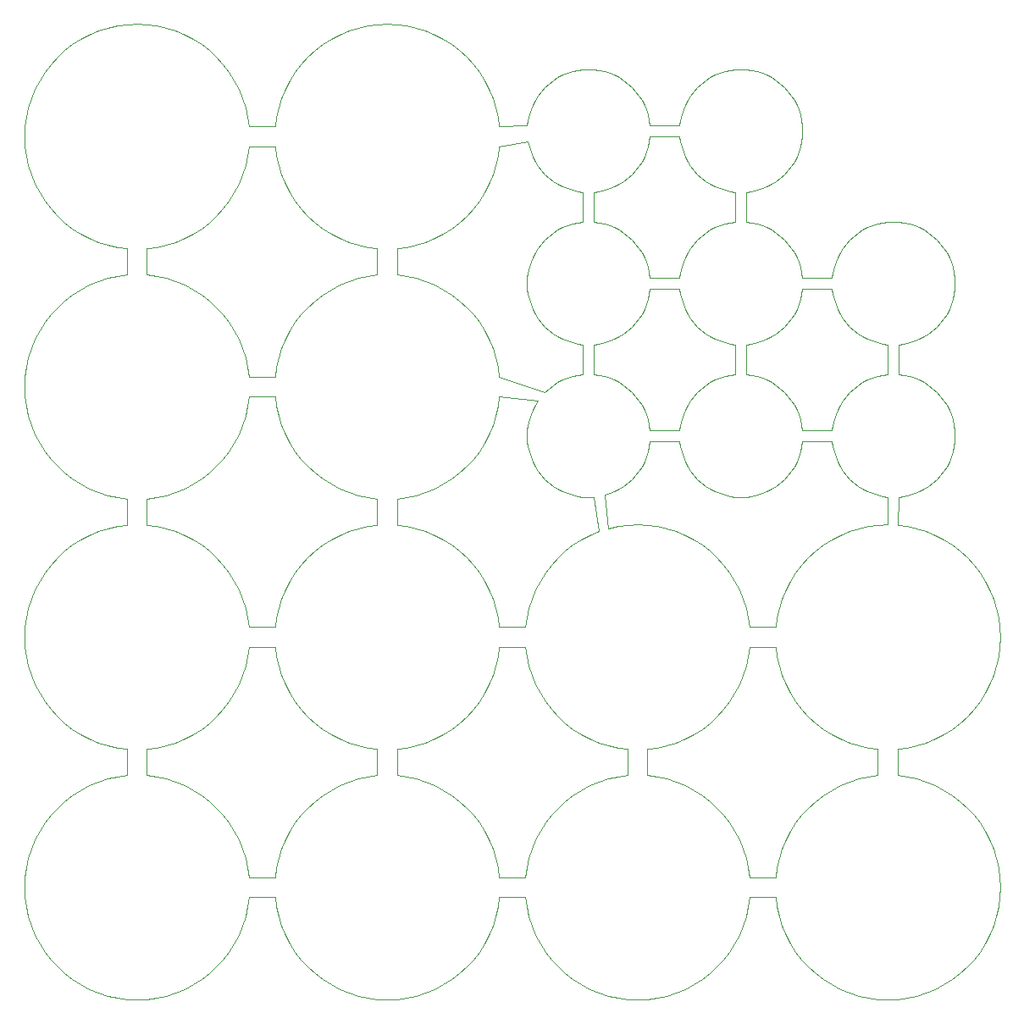
<source format=gko>
G04 This is an RS-274x file exported by *
G04 gerbv version 2.6.0 *
G04 More information is available about gerbv at *
G04 http://gerbv.gpleda.org/ *
G04 --End of header info--*
%MOIN*%
%FSLAX34Y34*%
%IPPOS*%
G04 --Define apertures--*
%ADD10C,0.0005*%
G04 --Start main section--*
G54D10*
G01X0005450Y0009470D02*
G01X0005500Y0009087D01*
G01X0004410Y0009470D02*
G01X0005450Y0009470D01*
G01X0004360Y0009087D02*
G01X0004410Y0009470D01*
G01X0004276Y0008711D02*
G01X0004360Y0009087D01*
G01X0004160Y0008343D02*
G01X0004276Y0008711D01*
G01X0004012Y0007986D02*
G01X0004160Y0008343D01*
G01X0003834Y0007644D02*
G01X0004012Y0007986D01*
G01X0003627Y0007319D02*
G01X0003834Y0007644D01*
G01X0003392Y0007013D02*
G01X0003627Y0007319D01*
G01X0003132Y0006728D02*
G01X0003392Y0007013D01*
G01X0002847Y0006468D02*
G01X0003132Y0006728D01*
G01X0002541Y0006233D02*
G01X0002847Y0006468D01*
G01X0002216Y0006026D02*
G01X0002541Y0006233D01*
G01X0001874Y0005848D02*
G01X0002216Y0006026D01*
G01X0001517Y0005700D02*
G01X0001874Y0005848D01*
G01X0001149Y0005584D02*
G01X0001517Y0005700D01*
G01X0000773Y0005500D02*
G01X0001149Y0005584D01*
G01X-000763Y0004360D02*
G01X-000380Y0004410D01*
G01X-000380Y0004410D02*
G01X-000380Y0005450D01*
G01X-000763Y0005500D02*
G01X-000380Y0005450D01*
G01X-001139Y0005584D02*
G01X-000763Y0005500D01*
G01X-001507Y0005700D02*
G01X-001139Y0005584D01*
G01X-001864Y0005848D02*
G01X-001507Y0005700D01*
G01X-002206Y0006026D02*
G01X-001864Y0005848D01*
G01X-002531Y0006233D02*
G01X-002206Y0006026D01*
G01X-002837Y0006468D02*
G01X-002531Y0006233D01*
G01X-003122Y0006728D02*
G01X-002837Y0006468D01*
G01X-003382Y0007013D02*
G01X-003122Y0006728D01*
G01X-003617Y0007319D02*
G01X-003382Y0007013D01*
G01X-003824Y0007644D02*
G01X-003617Y0007319D01*
G01X-004002Y0007986D02*
G01X-003824Y0007644D01*
G01X-004150Y0008343D02*
G01X-004002Y0007986D01*
G01X-004266Y0008711D02*
G01X-004150Y0008343D01*
G01X-004350Y0009087D02*
G01X-004266Y0008711D01*
G01X-004400Y0009470D02*
G01X-004350Y0009087D01*
G01X-004417Y0009855D02*
G01X-004400Y0009470D01*
G01X-004417Y0009855D02*
G01X-004400Y0010240D01*
G01X-004400Y0010240D02*
G01X-004350Y0010623D01*
G01X-004350Y0010623D02*
G01X-004266Y0010999D01*
G01X-004266Y0010999D02*
G01X-004150Y0011367D01*
G01X-004150Y0011367D02*
G01X-004002Y0011724D01*
G01X-004002Y0011724D02*
G01X-003824Y0012066D01*
G01X-003824Y0012066D02*
G01X-003617Y0012391D01*
G01X-003617Y0012391D02*
G01X-003382Y0012697D01*
G01X-003382Y0012697D02*
G01X-003122Y0012982D01*
G01X-003122Y0012982D02*
G01X-002837Y0013242D01*
G01X-002837Y0013242D02*
G01X-002531Y0013477D01*
G01X-002531Y0013477D02*
G01X-002206Y0013684D01*
G01X-002206Y0013684D02*
G01X-001864Y0013862D01*
G01X-001864Y0013862D02*
G01X-001507Y0014010D01*
G01X-001507Y0014010D02*
G01X-001139Y0014126D01*
G01X-001139Y0014126D02*
G01X-000763Y0014210D01*
G01X0000390Y0015300D02*
G01X0000773Y0015350D01*
G01X0000390Y0014260D02*
G01X0000390Y0015300D01*
G01X0000390Y0014260D02*
G01X0000773Y0014210D01*
G01X0000773Y0014210D02*
G01X0001149Y0014126D01*
G01X0001149Y0014126D02*
G01X0001517Y0014010D01*
G01X0001517Y0014010D02*
G01X0001874Y0013862D01*
G01X0001874Y0013862D02*
G01X0002216Y0013684D01*
G01X0002216Y0013684D02*
G01X0002541Y0013477D01*
G01X0002541Y0013477D02*
G01X0002847Y0013242D01*
G01X0002847Y0013242D02*
G01X0003132Y0012982D01*
G01X0003132Y0012982D02*
G01X0003392Y0012697D01*
G01X0003392Y0012697D02*
G01X0003627Y0012391D01*
G01X0003627Y0012391D02*
G01X0003834Y0012066D01*
G01X0003834Y0012066D02*
G01X0004012Y0011724D01*
G01X0004012Y0011724D02*
G01X0004160Y0011367D01*
G01X0004160Y0011367D02*
G01X0004276Y0010999D01*
G01X0004276Y0010999D02*
G01X0004360Y0010623D01*
G01X0005450Y0019320D02*
G01X0005500Y0018937D01*
G01X0004410Y0019320D02*
G01X0005450Y0019320D01*
G01X0004360Y0018937D02*
G01X0004410Y0019320D01*
G01X0004276Y0018561D02*
G01X0004360Y0018937D01*
G01X0004160Y0018193D02*
G01X0004276Y0018561D01*
G01X0004012Y0017836D02*
G01X0004160Y0018193D01*
G01X0003834Y0017494D02*
G01X0004012Y0017836D01*
G01X0003627Y0017169D02*
G01X0003834Y0017494D01*
G01X0003392Y0016863D02*
G01X0003627Y0017169D01*
G01X0003132Y0016578D02*
G01X0003392Y0016863D01*
G01X0002847Y0016318D02*
G01X0003132Y0016578D01*
G01X0002541Y0016083D02*
G01X0002847Y0016318D01*
G01X0002216Y0015876D02*
G01X0002541Y0016083D01*
G01X0001874Y0015698D02*
G01X0002216Y0015876D01*
G01X0001517Y0015550D02*
G01X0001874Y0015698D01*
G01X0001149Y0015434D02*
G01X0001517Y0015550D01*
G01X0000773Y0015350D02*
G01X0001149Y0015434D01*
G01X-000763Y0014210D02*
G01X-000380Y0014260D01*
G01X-000380Y0014260D02*
G01X-000380Y0015300D01*
G01X-000763Y0015350D02*
G01X-000380Y0015300D01*
G01X-001139Y0015434D02*
G01X-000763Y0015350D01*
G01X-001507Y0015550D02*
G01X-001139Y0015434D01*
G01X-001864Y0015698D02*
G01X-001507Y0015550D01*
G01X-002206Y0015876D02*
G01X-001864Y0015698D01*
G01X-002531Y0016083D02*
G01X-002206Y0015876D01*
G01X-002837Y0016318D02*
G01X-002531Y0016083D01*
G01X-003122Y0016578D02*
G01X-002837Y0016318D01*
G01X-003382Y0016863D02*
G01X-003122Y0016578D01*
G01X-003617Y0017169D02*
G01X-003382Y0016863D01*
G01X-003824Y0017494D02*
G01X-003617Y0017169D01*
G01X-004002Y0017836D02*
G01X-003824Y0017494D01*
G01X-004150Y0018193D02*
G01X-004002Y0017836D01*
G01X-004266Y0018561D02*
G01X-004150Y0018193D01*
G01X-004350Y0018937D02*
G01X-004266Y0018561D01*
G01X-004400Y0019320D02*
G01X-004350Y0018937D01*
G01X-004417Y0019705D02*
G01X-004400Y0019320D01*
G01X-004417Y0019705D02*
G01X-004400Y0020090D01*
G01X-004400Y0020090D02*
G01X-004350Y0020473D01*
G01X-004350Y0020473D02*
G01X-004266Y0020849D01*
G01X-004266Y0020849D02*
G01X-004150Y0021217D01*
G01X-004150Y0021217D02*
G01X-004002Y0021574D01*
G01X-004002Y0021574D02*
G01X-003824Y0021916D01*
G01X-003824Y0021916D02*
G01X-003617Y0022241D01*
G01X-003617Y0022241D02*
G01X-003382Y0022547D01*
G01X-003382Y0022547D02*
G01X-003122Y0022832D01*
G01X-003122Y0022832D02*
G01X-002837Y0023092D01*
G01X-002837Y0023092D02*
G01X-002531Y0023327D01*
G01X-002531Y0023327D02*
G01X-002206Y0023534D01*
G01X-002206Y0023534D02*
G01X-001864Y0023712D01*
G01X-001864Y0023712D02*
G01X-001507Y0023860D01*
G01X-001507Y0023860D02*
G01X-001139Y0023976D01*
G01X-001139Y0023976D02*
G01X-000763Y0024060D01*
G01X0000390Y0025150D02*
G01X0000773Y0025200D01*
G01X0000390Y0024110D02*
G01X0000390Y0025150D01*
G01X0000390Y0024110D02*
G01X0000773Y0024060D01*
G01X0000773Y0024060D02*
G01X0001149Y0023976D01*
G01X0001149Y0023976D02*
G01X0001517Y0023860D01*
G01X0001517Y0023860D02*
G01X0001874Y0023712D01*
G01X0001874Y0023712D02*
G01X0002216Y0023534D01*
G01X0002216Y0023534D02*
G01X0002541Y0023327D01*
G01X0002541Y0023327D02*
G01X0002847Y0023092D01*
G01X0002847Y0023092D02*
G01X0003132Y0022832D01*
G01X0003132Y0022832D02*
G01X0003392Y0022547D01*
G01X0003392Y0022547D02*
G01X0003627Y0022241D01*
G01X0003627Y0022241D02*
G01X0003834Y0021916D01*
G01X0003834Y0021916D02*
G01X0004012Y0021574D01*
G01X0004012Y0021574D02*
G01X0004160Y0021217D01*
G01X0004160Y0021217D02*
G01X0004276Y0020849D01*
G01X0004276Y0020849D02*
G01X0004360Y0020473D01*
G01X0005450Y0029170D02*
G01X0005500Y0028787D01*
G01X0004410Y0029170D02*
G01X0005450Y0029170D01*
G01X0004360Y0028787D02*
G01X0004410Y0029170D01*
G01X0004276Y0028411D02*
G01X0004360Y0028787D01*
G01X0004160Y0028043D02*
G01X0004276Y0028411D01*
G01X0004012Y0027686D02*
G01X0004160Y0028043D01*
G01X0003834Y0027344D02*
G01X0004012Y0027686D01*
G01X0003627Y0027019D02*
G01X0003834Y0027344D01*
G01X0003392Y0026713D02*
G01X0003627Y0027019D01*
G01X0003132Y0026428D02*
G01X0003392Y0026713D01*
G01X0002847Y0026168D02*
G01X0003132Y0026428D01*
G01X0002541Y0025933D02*
G01X0002847Y0026168D01*
G01X0002216Y0025726D02*
G01X0002541Y0025933D01*
G01X0001874Y0025548D02*
G01X0002216Y0025726D01*
G01X0001517Y0025400D02*
G01X0001874Y0025548D01*
G01X0001149Y0025284D02*
G01X0001517Y0025400D01*
G01X0000773Y0025200D02*
G01X0001149Y0025284D01*
G01X-000763Y0024060D02*
G01X-000380Y0024110D01*
G01X-000380Y0024110D02*
G01X-000380Y0025150D01*
G01X-000763Y0025200D02*
G01X-000380Y0025150D01*
G01X-001139Y0025284D02*
G01X-000763Y0025200D01*
G01X-001507Y0025400D02*
G01X-001139Y0025284D01*
G01X-001864Y0025548D02*
G01X-001507Y0025400D01*
G01X-002206Y0025726D02*
G01X-001864Y0025548D01*
G01X-002531Y0025933D02*
G01X-002206Y0025726D01*
G01X-002837Y0026168D02*
G01X-002531Y0025933D01*
G01X-003122Y0026428D02*
G01X-002837Y0026168D01*
G01X-003382Y0026713D02*
G01X-003122Y0026428D01*
G01X-003617Y0027019D02*
G01X-003382Y0026713D01*
G01X-003824Y0027344D02*
G01X-003617Y0027019D01*
G01X-004002Y0027686D02*
G01X-003824Y0027344D01*
G01X-004150Y0028043D02*
G01X-004002Y0027686D01*
G01X-004266Y0028411D02*
G01X-004150Y0028043D01*
G01X-004350Y0028787D02*
G01X-004266Y0028411D01*
G01X-004400Y0029170D02*
G01X-004350Y0028787D01*
G01X-004417Y0029555D02*
G01X-004400Y0029170D01*
G01X-004417Y0029555D02*
G01X-004400Y0029940D01*
G01X-004400Y0029940D02*
G01X-004350Y0030323D01*
G01X-004350Y0030323D02*
G01X-004266Y0030699D01*
G01X-004266Y0030699D02*
G01X-004150Y0031067D01*
G01X-004150Y0031067D02*
G01X-004002Y0031424D01*
G01X-004002Y0031424D02*
G01X-003824Y0031766D01*
G01X-003824Y0031766D02*
G01X-003617Y0032091D01*
G01X-003617Y0032091D02*
G01X-003382Y0032397D01*
G01X-003382Y0032397D02*
G01X-003122Y0032682D01*
G01X-003122Y0032682D02*
G01X-002837Y0032942D01*
G01X-002837Y0032942D02*
G01X-002531Y0033177D01*
G01X-002531Y0033177D02*
G01X-002206Y0033384D01*
G01X-002206Y0033384D02*
G01X-001864Y0033562D01*
G01X-001864Y0033562D02*
G01X-001507Y0033710D01*
G01X-001507Y0033710D02*
G01X-001139Y0033826D01*
G01X-001139Y0033826D02*
G01X-000763Y0033910D01*
G01X-000763Y0033910D02*
G01X-000380Y0033960D01*
G01X-000380Y0033960D02*
G01X0000005Y0033977D01*
G01X0000005Y0033977D02*
G01X0000390Y0033960D01*
G01X0000390Y0033960D02*
G01X0000773Y0033910D01*
G01X0000773Y0033910D02*
G01X0001149Y0033826D01*
G01X0001149Y0033826D02*
G01X0001517Y0033710D01*
G01X0001517Y0033710D02*
G01X0001874Y0033562D01*
G01X0001874Y0033562D02*
G01X0002216Y0033384D01*
G01X0002216Y0033384D02*
G01X0002541Y0033177D01*
G01X0002541Y0033177D02*
G01X0002847Y0032942D01*
G01X0002847Y0032942D02*
G01X0003132Y0032682D01*
G01X0003132Y0032682D02*
G01X0003392Y0032397D01*
G01X0003392Y0032397D02*
G01X0003627Y0032091D01*
G01X0003627Y0032091D02*
G01X0003834Y0031766D01*
G01X0003834Y0031766D02*
G01X0004012Y0031424D01*
G01X0004012Y0031424D02*
G01X0004160Y0031067D01*
G01X0004160Y0031067D02*
G01X0004276Y0030699D01*
G01X0004276Y0030699D02*
G01X0004360Y0030323D01*
G01X0015300Y-000380D02*
G01X0015350Y-000763D01*
G01X0014260Y-000380D02*
G01X0015300Y-000380D01*
G01X0014210Y-000763D02*
G01X0014260Y-000380D01*
G01X0014126Y-001139D02*
G01X0014210Y-000763D01*
G01X0014010Y-001507D02*
G01X0014126Y-001139D01*
G01X0013862Y-001864D02*
G01X0014010Y-001507D01*
G01X0013684Y-002206D02*
G01X0013862Y-001864D01*
G01X0013477Y-002531D02*
G01X0013684Y-002206D01*
G01X0013242Y-002837D02*
G01X0013477Y-002531D01*
G01X0012982Y-003122D02*
G01X0013242Y-002837D01*
G01X0012697Y-003382D02*
G01X0012982Y-003122D01*
G01X0012391Y-003617D02*
G01X0012697Y-003382D01*
G01X0012066Y-003824D02*
G01X0012391Y-003617D01*
G01X0011724Y-004002D02*
G01X0012066Y-003824D01*
G01X0011367Y-004150D02*
G01X0011724Y-004002D01*
G01X0010999Y-004266D02*
G01X0011367Y-004150D01*
G01X0010623Y-004350D02*
G01X0010999Y-004266D01*
G01X0010240Y-004400D02*
G01X0010623Y-004350D01*
G01X0009855Y-004417D02*
G01X0010240Y-004400D01*
G01X0009470Y-004400D02*
G01X0009855Y-004417D01*
G01X0009087Y-004350D02*
G01X0009470Y-004400D01*
G01X0008711Y-004266D02*
G01X0009087Y-004350D01*
G01X0008343Y-004150D02*
G01X0008711Y-004266D01*
G01X0007986Y-004002D02*
G01X0008343Y-004150D01*
G01X0007644Y-003824D02*
G01X0007986Y-004002D01*
G01X0007319Y-003617D02*
G01X0007644Y-003824D01*
G01X0007013Y-003382D02*
G01X0007319Y-003617D01*
G01X0006728Y-003122D02*
G01X0007013Y-003382D01*
G01X0006468Y-002837D02*
G01X0006728Y-003122D01*
G01X0006233Y-002531D02*
G01X0006468Y-002837D01*
G01X0006026Y-002206D02*
G01X0006233Y-002531D01*
G01X0005848Y-001864D02*
G01X0006026Y-002206D01*
G01X0005700Y-001507D02*
G01X0005848Y-001864D01*
G01X0005584Y-001139D02*
G01X0005700Y-001507D01*
G01X0005500Y-000763D02*
G01X0005584Y-001139D01*
G01X0004360Y0000773D02*
G01X0004410Y0000390D01*
G01X0004410Y0000390D02*
G01X0005450Y0000390D01*
G01X0005450Y0000390D02*
G01X0005500Y0000773D01*
G01X0005500Y0000773D02*
G01X0005584Y0001149D01*
G01X0005584Y0001149D02*
G01X0005700Y0001517D01*
G01X0005700Y0001517D02*
G01X0005848Y0001874D01*
G01X0005848Y0001874D02*
G01X0006026Y0002216D01*
G01X0006026Y0002216D02*
G01X0006233Y0002541D01*
G01X0006233Y0002541D02*
G01X0006468Y0002847D01*
G01X0006468Y0002847D02*
G01X0006728Y0003132D01*
G01X0006728Y0003132D02*
G01X0007013Y0003392D01*
G01X0007013Y0003392D02*
G01X0007319Y0003627D01*
G01X0007319Y0003627D02*
G01X0007644Y0003834D01*
G01X0007644Y0003834D02*
G01X0007986Y0004012D01*
G01X0007986Y0004012D02*
G01X0008343Y0004160D01*
G01X0008343Y0004160D02*
G01X0008711Y0004276D01*
G01X0008711Y0004276D02*
G01X0009087Y0004360D01*
G01X0010240Y0005450D02*
G01X0010623Y0005500D01*
G01X0010240Y0004410D02*
G01X0010240Y0005450D01*
G01X0010240Y0004410D02*
G01X0010623Y0004360D01*
G01X0010623Y0004360D02*
G01X0010999Y0004276D01*
G01X0010999Y0004276D02*
G01X0011367Y0004160D01*
G01X0011367Y0004160D02*
G01X0011724Y0004012D01*
G01X0011724Y0004012D02*
G01X0012066Y0003834D01*
G01X0012066Y0003834D02*
G01X0012391Y0003627D01*
G01X0012391Y0003627D02*
G01X0012697Y0003392D01*
G01X0012697Y0003392D02*
G01X0012982Y0003132D01*
G01X0012982Y0003132D02*
G01X0013242Y0002847D01*
G01X0013242Y0002847D02*
G01X0013477Y0002541D01*
G01X0013477Y0002541D02*
G01X0013684Y0002216D01*
G01X0013684Y0002216D02*
G01X0013862Y0001874D01*
G01X0013862Y0001874D02*
G01X0014010Y0001517D01*
G01X0014010Y0001517D02*
G01X0014126Y0001149D01*
G01X0014126Y0001149D02*
G01X0014210Y0000773D01*
G01X0015300Y0009470D02*
G01X0015350Y0009087D01*
G01X0014260Y0009470D02*
G01X0015300Y0009470D01*
G01X0014210Y0009087D02*
G01X0014260Y0009470D01*
G01X0014126Y0008711D02*
G01X0014210Y0009087D01*
G01X0014010Y0008343D02*
G01X0014126Y0008711D01*
G01X0013862Y0007986D02*
G01X0014010Y0008343D01*
G01X0013684Y0007644D02*
G01X0013862Y0007986D01*
G01X0013477Y0007319D02*
G01X0013684Y0007644D01*
G01X0013242Y0007013D02*
G01X0013477Y0007319D01*
G01X0012982Y0006728D02*
G01X0013242Y0007013D01*
G01X0012697Y0006468D02*
G01X0012982Y0006728D01*
G01X0012391Y0006233D02*
G01X0012697Y0006468D01*
G01X0012066Y0006026D02*
G01X0012391Y0006233D01*
G01X0011724Y0005848D02*
G01X0012066Y0006026D01*
G01X0011367Y0005700D02*
G01X0011724Y0005848D01*
G01X0010999Y0005584D02*
G01X0011367Y0005700D01*
G01X0010623Y0005500D02*
G01X0010999Y0005584D01*
G01X0009087Y0004360D02*
G01X0009470Y0004410D01*
G01X0009470Y0004410D02*
G01X0009470Y0005450D01*
G01X0009087Y0005500D02*
G01X0009470Y0005450D01*
G01X0008711Y0005584D02*
G01X0009087Y0005500D01*
G01X0008343Y0005700D02*
G01X0008711Y0005584D01*
G01X0007986Y0005848D02*
G01X0008343Y0005700D01*
G01X0007644Y0006026D02*
G01X0007986Y0005848D01*
G01X0007319Y0006233D02*
G01X0007644Y0006026D01*
G01X0007013Y0006468D02*
G01X0007319Y0006233D01*
G01X0006728Y0006728D02*
G01X0007013Y0006468D01*
G01X0006468Y0007013D02*
G01X0006728Y0006728D01*
G01X0006233Y0007319D02*
G01X0006468Y0007013D01*
G01X0006026Y0007644D02*
G01X0006233Y0007319D01*
G01X0005848Y0007986D02*
G01X0006026Y0007644D01*
G01X0005700Y0008343D02*
G01X0005848Y0007986D01*
G01X0005584Y0008711D02*
G01X0005700Y0008343D01*
G01X0005500Y0009087D02*
G01X0005584Y0008711D01*
G01X0004360Y0010623D02*
G01X0004410Y0010240D01*
G01X0004410Y0010240D02*
G01X0005450Y0010240D01*
G01X0005450Y0010240D02*
G01X0005500Y0010623D01*
G01X0005500Y0010623D02*
G01X0005584Y0010999D01*
G01X0005584Y0010999D02*
G01X0005700Y0011367D01*
G01X0005700Y0011367D02*
G01X0005848Y0011724D01*
G01X0005848Y0011724D02*
G01X0006026Y0012066D01*
G01X0006026Y0012066D02*
G01X0006233Y0012391D01*
G01X0006233Y0012391D02*
G01X0006468Y0012697D01*
G01X0006468Y0012697D02*
G01X0006728Y0012982D01*
G01X0006728Y0012982D02*
G01X0007013Y0013242D01*
G01X0007013Y0013242D02*
G01X0007319Y0013477D01*
G01X0007319Y0013477D02*
G01X0007644Y0013684D01*
G01X0007644Y0013684D02*
G01X0007986Y0013862D01*
G01X0007986Y0013862D02*
G01X0008343Y0014010D01*
G01X0008343Y0014010D02*
G01X0008711Y0014126D01*
G01X0008711Y0014126D02*
G01X0009087Y0014210D01*
G01X0010240Y0015300D02*
G01X0010623Y0015350D01*
G01X0010240Y0014260D02*
G01X0010240Y0015300D01*
G01X0010240Y0014260D02*
G01X0010623Y0014210D01*
G01X0010623Y0014210D02*
G01X0010999Y0014126D01*
G01X0010999Y0014126D02*
G01X0011367Y0014010D01*
G01X0011367Y0014010D02*
G01X0011724Y0013862D01*
G01X0011724Y0013862D02*
G01X0012066Y0013684D01*
G01X0012066Y0013684D02*
G01X0012391Y0013477D01*
G01X0012391Y0013477D02*
G01X0012697Y0013242D01*
G01X0012697Y0013242D02*
G01X0012982Y0012982D01*
G01X0012982Y0012982D02*
G01X0013242Y0012697D01*
G01X0013242Y0012697D02*
G01X0013477Y0012391D01*
G01X0013477Y0012391D02*
G01X0013684Y0012066D01*
G01X0013684Y0012066D02*
G01X0013862Y0011724D01*
G01X0013862Y0011724D02*
G01X0014010Y0011367D01*
G01X0014010Y0011367D02*
G01X0014126Y0010999D01*
G01X0014126Y0010999D02*
G01X0014210Y0010623D01*
G01X0015685Y0018990D02*
G01X0015798Y0019168D01*
G01X0014260Y0019320D02*
G01X0015798Y0019168D01*
G01X0014210Y0018937D02*
G01X0014260Y0019320D01*
G01X0014126Y0018561D02*
G01X0014210Y0018937D01*
G01X0014010Y0018193D02*
G01X0014126Y0018561D01*
G01X0013862Y0017836D02*
G01X0014010Y0018193D01*
G01X0013684Y0017494D02*
G01X0013862Y0017836D01*
G01X0013477Y0017169D02*
G01X0013684Y0017494D01*
G01X0013242Y0016863D02*
G01X0013477Y0017169D01*
G01X0012982Y0016578D02*
G01X0013242Y0016863D01*
G01X0012697Y0016318D02*
G01X0012982Y0016578D01*
G01X0012391Y0016083D02*
G01X0012697Y0016318D01*
G01X0012066Y0015876D02*
G01X0012391Y0016083D01*
G01X0011724Y0015698D02*
G01X0012066Y0015876D01*
G01X0011367Y0015550D02*
G01X0011724Y0015698D01*
G01X0010999Y0015434D02*
G01X0011367Y0015550D01*
G01X0010623Y0015350D02*
G01X0010999Y0015434D01*
G01X0009087Y0014210D02*
G01X0009470Y0014260D01*
G01X0009470Y0014260D02*
G01X0009470Y0015300D01*
G01X0009087Y0015350D02*
G01X0009470Y0015300D01*
G01X0008711Y0015434D02*
G01X0009087Y0015350D01*
G01X0008343Y0015550D02*
G01X0008711Y0015434D01*
G01X0007986Y0015698D02*
G01X0008343Y0015550D01*
G01X0007644Y0015876D02*
G01X0007986Y0015698D01*
G01X0007319Y0016083D02*
G01X0007644Y0015876D01*
G01X0007013Y0016318D02*
G01X0007319Y0016083D01*
G01X0006728Y0016578D02*
G01X0007013Y0016318D01*
G01X0006468Y0016863D02*
G01X0006728Y0016578D01*
G01X0006233Y0017169D02*
G01X0006468Y0016863D01*
G01X0006026Y0017494D02*
G01X0006233Y0017169D01*
G01X0005848Y0017836D02*
G01X0006026Y0017494D01*
G01X0005700Y0018193D02*
G01X0005848Y0017836D01*
G01X0005584Y0018561D02*
G01X0005700Y0018193D01*
G01X0005500Y0018937D02*
G01X0005584Y0018561D01*
G01X0004360Y0020473D02*
G01X0004410Y0020090D01*
G01X0004410Y0020090D02*
G01X0005450Y0020090D01*
G01X0005450Y0020090D02*
G01X0005500Y0020473D01*
G01X0005500Y0020473D02*
G01X0005584Y0020849D01*
G01X0005584Y0020849D02*
G01X0005700Y0021217D01*
G01X0005700Y0021217D02*
G01X0005848Y0021574D01*
G01X0005848Y0021574D02*
G01X0006026Y0021916D01*
G01X0006026Y0021916D02*
G01X0006233Y0022241D01*
G01X0006233Y0022241D02*
G01X0006468Y0022547D01*
G01X0006468Y0022547D02*
G01X0006728Y0022832D01*
G01X0006728Y0022832D02*
G01X0007013Y0023092D01*
G01X0007013Y0023092D02*
G01X0007319Y0023327D01*
G01X0007319Y0023327D02*
G01X0007644Y0023534D01*
G01X0007644Y0023534D02*
G01X0007986Y0023712D01*
G01X0007986Y0023712D02*
G01X0008343Y0023860D01*
G01X0008343Y0023860D02*
G01X0008711Y0023976D01*
G01X0008711Y0023976D02*
G01X0009087Y0024060D01*
G01X0010240Y0025150D02*
G01X0010623Y0025200D01*
G01X0010240Y0024110D02*
G01X0010240Y0025150D01*
G01X0010240Y0024110D02*
G01X0010623Y0024060D01*
G01X0010623Y0024060D02*
G01X0010999Y0023976D01*
G01X0010999Y0023976D02*
G01X0011367Y0023860D01*
G01X0011367Y0023860D02*
G01X0011724Y0023712D01*
G01X0011724Y0023712D02*
G01X0012066Y0023534D01*
G01X0012066Y0023534D02*
G01X0012391Y0023327D01*
G01X0012391Y0023327D02*
G01X0012697Y0023092D01*
G01X0012697Y0023092D02*
G01X0012982Y0022832D01*
G01X0012982Y0022832D02*
G01X0013242Y0022547D01*
G01X0013242Y0022547D02*
G01X0013477Y0022241D01*
G01X0013477Y0022241D02*
G01X0013684Y0021916D01*
G01X0013684Y0021916D02*
G01X0013862Y0021574D01*
G01X0013862Y0021574D02*
G01X0014010Y0021217D01*
G01X0014010Y0021217D02*
G01X0014126Y0020849D01*
G01X0014126Y0020849D02*
G01X0014210Y0020473D01*
G01X0015397Y0029360D02*
G01X0015443Y0029154D01*
G01X0014260Y0029170D02*
G01X0015397Y0029360D01*
G01X0014210Y0028787D02*
G01X0014260Y0029170D01*
G01X0014126Y0028411D02*
G01X0014210Y0028787D01*
G01X0014010Y0028043D02*
G01X0014126Y0028411D01*
G01X0013862Y0027686D02*
G01X0014010Y0028043D01*
G01X0013684Y0027344D02*
G01X0013862Y0027686D01*
G01X0013477Y0027019D02*
G01X0013684Y0027344D01*
G01X0013242Y0026713D02*
G01X0013477Y0027019D01*
G01X0012982Y0026428D02*
G01X0013242Y0026713D01*
G01X0012697Y0026168D02*
G01X0012982Y0026428D01*
G01X0012391Y0025933D02*
G01X0012697Y0026168D01*
G01X0012066Y0025726D02*
G01X0012391Y0025933D01*
G01X0011724Y0025548D02*
G01X0012066Y0025726D01*
G01X0011367Y0025400D02*
G01X0011724Y0025548D01*
G01X0010999Y0025284D02*
G01X0011367Y0025400D01*
G01X0010623Y0025200D02*
G01X0010999Y0025284D01*
G01X0009087Y0024060D02*
G01X0009470Y0024110D01*
G01X0009470Y0024110D02*
G01X0009470Y0025150D01*
G01X0009087Y0025200D02*
G01X0009470Y0025150D01*
G01X0008711Y0025284D02*
G01X0009087Y0025200D01*
G01X0008343Y0025400D02*
G01X0008711Y0025284D01*
G01X0007986Y0025548D02*
G01X0008343Y0025400D01*
G01X0007644Y0025726D02*
G01X0007986Y0025548D01*
G01X0007319Y0025933D02*
G01X0007644Y0025726D01*
G01X0007013Y0026168D02*
G01X0007319Y0025933D01*
G01X0006728Y0026428D02*
G01X0007013Y0026168D01*
G01X0006468Y0026713D02*
G01X0006728Y0026428D01*
G01X0006233Y0027019D02*
G01X0006468Y0026713D01*
G01X0006026Y0027344D02*
G01X0006233Y0027019D01*
G01X0005848Y0027686D02*
G01X0006026Y0027344D01*
G01X0005700Y0028043D02*
G01X0005848Y0027686D01*
G01X0005584Y0028411D02*
G01X0005700Y0028043D01*
G01X0005500Y0028787D02*
G01X0005584Y0028411D01*
G01X0004360Y0030323D02*
G01X0004410Y0029940D01*
G01X0004410Y0029940D02*
G01X0005450Y0029940D01*
G01X0005450Y0029940D02*
G01X0005500Y0030323D01*
G01X0005500Y0030323D02*
G01X0005584Y0030699D01*
G01X0005584Y0030699D02*
G01X0005700Y0031067D01*
G01X0005700Y0031067D02*
G01X0005848Y0031424D01*
G01X0005848Y0031424D02*
G01X0006026Y0031766D01*
G01X0006026Y0031766D02*
G01X0006233Y0032091D01*
G01X0006233Y0032091D02*
G01X0006468Y0032397D01*
G01X0006468Y0032397D02*
G01X0006728Y0032682D01*
G01X0006728Y0032682D02*
G01X0007013Y0032942D01*
G01X0007013Y0032942D02*
G01X0007319Y0033177D01*
G01X0007319Y0033177D02*
G01X0007644Y0033384D01*
G01X0007644Y0033384D02*
G01X0007986Y0033562D01*
G01X0007986Y0033562D02*
G01X0008343Y0033710D01*
G01X0008343Y0033710D02*
G01X0008711Y0033826D01*
G01X0008711Y0033826D02*
G01X0009087Y0033910D01*
G01X0009087Y0033910D02*
G01X0009470Y0033960D01*
G01X0009470Y0033960D02*
G01X0009855Y0033977D01*
G01X0009855Y0033977D02*
G01X0010240Y0033960D01*
G01X0010240Y0033960D02*
G01X0010623Y0033910D01*
G01X0010623Y0033910D02*
G01X0010999Y0033826D01*
G01X0010999Y0033826D02*
G01X0011367Y0033710D01*
G01X0011367Y0033710D02*
G01X0011724Y0033562D01*
G01X0011724Y0033562D02*
G01X0012066Y0033384D01*
G01X0012066Y0033384D02*
G01X0012391Y0033177D01*
G01X0012391Y0033177D02*
G01X0012697Y0032942D01*
G01X0012697Y0032942D02*
G01X0012982Y0032682D01*
G01X0012982Y0032682D02*
G01X0013242Y0032397D01*
G01X0013242Y0032397D02*
G01X0013477Y0032091D01*
G01X0013477Y0032091D02*
G01X0013684Y0031766D01*
G01X0013684Y0031766D02*
G01X0013862Y0031424D01*
G01X0013862Y0031424D02*
G01X0014010Y0031067D01*
G01X0014010Y0031067D02*
G01X0014126Y0030699D01*
G01X0014126Y0030699D02*
G01X0014210Y0030323D01*
G01X0025150Y-000380D02*
G01X0025200Y-000763D01*
G01X0024110Y-000380D02*
G01X0025150Y-000380D01*
G01X0024060Y-000763D02*
G01X0024110Y-000380D01*
G01X0023976Y-001139D02*
G01X0024060Y-000763D01*
G01X0023860Y-001507D02*
G01X0023976Y-001139D01*
G01X0023712Y-001864D02*
G01X0023860Y-001507D01*
G01X0023534Y-002206D02*
G01X0023712Y-001864D01*
G01X0023327Y-002531D02*
G01X0023534Y-002206D01*
G01X0023092Y-002837D02*
G01X0023327Y-002531D01*
G01X0022832Y-003122D02*
G01X0023092Y-002837D01*
G01X0022547Y-003382D02*
G01X0022832Y-003122D01*
G01X0022241Y-003617D02*
G01X0022547Y-003382D01*
G01X0021916Y-003824D02*
G01X0022241Y-003617D01*
G01X0021574Y-004002D02*
G01X0021916Y-003824D01*
G01X0021217Y-004150D02*
G01X0021574Y-004002D01*
G01X0020849Y-004266D02*
G01X0021217Y-004150D01*
G01X0020473Y-004350D02*
G01X0020849Y-004266D01*
G01X0020090Y-004400D02*
G01X0020473Y-004350D01*
G01X0019705Y-004417D02*
G01X0020090Y-004400D01*
G01X0019320Y-004400D02*
G01X0019705Y-004417D01*
G01X0018937Y-004350D02*
G01X0019320Y-004400D01*
G01X0018561Y-004266D02*
G01X0018937Y-004350D01*
G01X0018193Y-004150D02*
G01X0018561Y-004266D01*
G01X0017836Y-004002D02*
G01X0018193Y-004150D01*
G01X0017494Y-003824D02*
G01X0017836Y-004002D01*
G01X0017169Y-003617D02*
G01X0017494Y-003824D01*
G01X0016863Y-003382D02*
G01X0017169Y-003617D01*
G01X0016578Y-003122D02*
G01X0016863Y-003382D01*
G01X0016318Y-002837D02*
G01X0016578Y-003122D01*
G01X0016083Y-002531D02*
G01X0016318Y-002837D01*
G01X0015876Y-002206D02*
G01X0016083Y-002531D01*
G01X0015698Y-001864D02*
G01X0015876Y-002206D01*
G01X0015550Y-001507D02*
G01X0015698Y-001864D01*
G01X0015434Y-001139D02*
G01X0015550Y-001507D01*
G01X0015350Y-000763D02*
G01X0015434Y-001139D01*
G01X0014210Y0000773D02*
G01X0014260Y0000390D01*
G01X0014260Y0000390D02*
G01X0015300Y0000390D01*
G01X0015300Y0000390D02*
G01X0015350Y0000773D01*
G01X0015350Y0000773D02*
G01X0015434Y0001149D01*
G01X0015434Y0001149D02*
G01X0015550Y0001517D01*
G01X0015550Y0001517D02*
G01X0015698Y0001874D01*
G01X0015698Y0001874D02*
G01X0015876Y0002216D01*
G01X0015876Y0002216D02*
G01X0016083Y0002541D01*
G01X0016083Y0002541D02*
G01X0016318Y0002847D01*
G01X0016318Y0002847D02*
G01X0016578Y0003132D01*
G01X0016578Y0003132D02*
G01X0016863Y0003392D01*
G01X0016863Y0003392D02*
G01X0017169Y0003627D01*
G01X0017169Y0003627D02*
G01X0017494Y0003834D01*
G01X0017494Y0003834D02*
G01X0017836Y0004012D01*
G01X0017836Y0004012D02*
G01X0018193Y0004160D01*
G01X0018193Y0004160D02*
G01X0018561Y0004276D01*
G01X0018561Y0004276D02*
G01X0018937Y0004360D01*
G01X0020090Y0005450D02*
G01X0020473Y0005500D01*
G01X0020090Y0004410D02*
G01X0020090Y0005450D01*
G01X0020090Y0004410D02*
G01X0020473Y0004360D01*
G01X0020473Y0004360D02*
G01X0020849Y0004276D01*
G01X0020849Y0004276D02*
G01X0021217Y0004160D01*
G01X0021217Y0004160D02*
G01X0021574Y0004012D01*
G01X0021574Y0004012D02*
G01X0021916Y0003834D01*
G01X0021916Y0003834D02*
G01X0022241Y0003627D01*
G01X0022241Y0003627D02*
G01X0022547Y0003392D01*
G01X0022547Y0003392D02*
G01X0022832Y0003132D01*
G01X0022832Y0003132D02*
G01X0023092Y0002847D01*
G01X0023092Y0002847D02*
G01X0023327Y0002541D01*
G01X0023327Y0002541D02*
G01X0023534Y0002216D01*
G01X0023534Y0002216D02*
G01X0023712Y0001874D01*
G01X0023712Y0001874D02*
G01X0023860Y0001517D01*
G01X0023860Y0001517D02*
G01X0023976Y0001149D01*
G01X0023976Y0001149D02*
G01X0024060Y0000773D01*
G01X0025150Y0009470D02*
G01X0025200Y0009087D01*
G01X0024110Y0009470D02*
G01X0025150Y0009470D01*
G01X0024060Y0009087D02*
G01X0024110Y0009470D01*
G01X0023976Y0008711D02*
G01X0024060Y0009087D01*
G01X0023860Y0008343D02*
G01X0023976Y0008711D01*
G01X0023712Y0007986D02*
G01X0023860Y0008343D01*
G01X0023534Y0007644D02*
G01X0023712Y0007986D01*
G01X0023327Y0007319D02*
G01X0023534Y0007644D01*
G01X0023092Y0007013D02*
G01X0023327Y0007319D01*
G01X0022832Y0006728D02*
G01X0023092Y0007013D01*
G01X0022547Y0006468D02*
G01X0022832Y0006728D01*
G01X0022241Y0006233D02*
G01X0022547Y0006468D01*
G01X0021916Y0006026D02*
G01X0022241Y0006233D01*
G01X0021574Y0005848D02*
G01X0021916Y0006026D01*
G01X0021217Y0005700D02*
G01X0021574Y0005848D01*
G01X0020849Y0005584D02*
G01X0021217Y0005700D01*
G01X0020473Y0005500D02*
G01X0020849Y0005584D01*
G01X0018937Y0004360D02*
G01X0019320Y0004410D01*
G01X0019320Y0004410D02*
G01X0019320Y0005450D01*
G01X0018937Y0005500D02*
G01X0019320Y0005450D01*
G01X0018561Y0005584D02*
G01X0018937Y0005500D01*
G01X0018193Y0005700D02*
G01X0018561Y0005584D01*
G01X0017836Y0005848D02*
G01X0018193Y0005700D01*
G01X0017494Y0006026D02*
G01X0017836Y0005848D01*
G01X0017169Y0006233D02*
G01X0017494Y0006026D01*
G01X0016863Y0006468D02*
G01X0017169Y0006233D01*
G01X0016578Y0006728D02*
G01X0016863Y0006468D01*
G01X0016318Y0007013D02*
G01X0016578Y0006728D01*
G01X0016083Y0007319D02*
G01X0016318Y0007013D01*
G01X0015876Y0007644D02*
G01X0016083Y0007319D01*
G01X0015698Y0007986D02*
G01X0015876Y0007644D01*
G01X0015550Y0008343D02*
G01X0015698Y0007986D01*
G01X0015434Y0008711D02*
G01X0015550Y0008343D01*
G01X0015350Y0009087D02*
G01X0015434Y0008711D01*
G01X0014210Y0010623D02*
G01X0014260Y0010240D01*
G01X0014260Y0010240D02*
G01X0015300Y0010240D01*
G01X0015300Y0010240D02*
G01X0015350Y0010623D01*
G01X0015350Y0010623D02*
G01X0015434Y0010999D01*
G01X0015434Y0010999D02*
G01X0015550Y0011367D01*
G01X0015550Y0011367D02*
G01X0015698Y0011724D01*
G01X0015698Y0011724D02*
G01X0015876Y0012066D01*
G01X0015876Y0012066D02*
G01X0016083Y0012391D01*
G01X0016083Y0012391D02*
G01X0016318Y0012697D01*
G01X0016318Y0012697D02*
G01X0016578Y0012982D01*
G01X0016578Y0012982D02*
G01X0016863Y0013242D01*
G01X0016863Y0013242D02*
G01X0017169Y0013477D01*
G01X0017169Y0013477D02*
G01X0017494Y0013684D01*
G01X0017494Y0013684D02*
G01X0017836Y0013862D01*
G01X0018406Y0015443D02*
G01X0018608Y0015506D01*
G01X0018406Y0015443D02*
G01X0018561Y0014126D01*
G01X0018561Y0014126D02*
G01X0018937Y0014210D01*
G01X0018937Y0014210D02*
G01X0019320Y0014260D01*
G01X0019320Y0014260D02*
G01X0019705Y0014277D01*
G01X0019705Y0014277D02*
G01X0020090Y0014260D01*
G01X0020090Y0014260D02*
G01X0020473Y0014210D01*
G01X0020473Y0014210D02*
G01X0020849Y0014126D01*
G01X0020849Y0014126D02*
G01X0021217Y0014010D01*
G01X0021217Y0014010D02*
G01X0021574Y0013862D01*
G01X0021574Y0013862D02*
G01X0021916Y0013684D01*
G01X0021916Y0013684D02*
G01X0022241Y0013477D01*
G01X0022241Y0013477D02*
G01X0022547Y0013242D01*
G01X0022547Y0013242D02*
G01X0022832Y0012982D01*
G01X0022832Y0012982D02*
G01X0023092Y0012697D01*
G01X0023092Y0012697D02*
G01X0023327Y0012391D01*
G01X0023327Y0012391D02*
G01X0023534Y0012066D01*
G01X0023534Y0012066D02*
G01X0023712Y0011724D01*
G01X0023712Y0011724D02*
G01X0023860Y0011367D01*
G01X0023860Y0011367D02*
G01X0023976Y0010999D01*
G01X0023976Y0010999D02*
G01X0024060Y0010623D01*
G01X0033960Y-000380D02*
G01X0033977Y0000005D01*
G01X0033910Y-000763D02*
G01X0033960Y-000380D01*
G01X0033826Y-001139D02*
G01X0033910Y-000763D01*
G01X0033710Y-001507D02*
G01X0033826Y-001139D01*
G01X0033562Y-001864D02*
G01X0033710Y-001507D01*
G01X0033384Y-002206D02*
G01X0033562Y-001864D01*
G01X0033177Y-002531D02*
G01X0033384Y-002206D01*
G01X0032942Y-002837D02*
G01X0033177Y-002531D01*
G01X0032682Y-003122D02*
G01X0032942Y-002837D01*
G01X0032397Y-003382D02*
G01X0032682Y-003122D01*
G01X0032091Y-003617D02*
G01X0032397Y-003382D01*
G01X0031766Y-003824D02*
G01X0032091Y-003617D01*
G01X0031424Y-004002D02*
G01X0031766Y-003824D01*
G01X0031067Y-004150D02*
G01X0031424Y-004002D01*
G01X0030699Y-004266D02*
G01X0031067Y-004150D01*
G01X0030323Y-004350D02*
G01X0030699Y-004266D01*
G01X0029940Y-004400D02*
G01X0030323Y-004350D01*
G01X0029555Y-004417D02*
G01X0029940Y-004400D01*
G01X0029170Y-004400D02*
G01X0029555Y-004417D01*
G01X0028787Y-004350D02*
G01X0029170Y-004400D01*
G01X0028411Y-004266D02*
G01X0028787Y-004350D01*
G01X0028043Y-004150D02*
G01X0028411Y-004266D01*
G01X0027686Y-004002D02*
G01X0028043Y-004150D01*
G01X0027344Y-003824D02*
G01X0027686Y-004002D01*
G01X0027019Y-003617D02*
G01X0027344Y-003824D01*
G01X0026713Y-003382D02*
G01X0027019Y-003617D01*
G01X0026428Y-003122D02*
G01X0026713Y-003382D01*
G01X0026168Y-002837D02*
G01X0026428Y-003122D01*
G01X0025933Y-002531D02*
G01X0026168Y-002837D01*
G01X0025726Y-002206D02*
G01X0025933Y-002531D01*
G01X0025548Y-001864D02*
G01X0025726Y-002206D01*
G01X0025400Y-001507D02*
G01X0025548Y-001864D01*
G01X0025284Y-001139D02*
G01X0025400Y-001507D01*
G01X0025200Y-000763D02*
G01X0025284Y-001139D01*
G01X0024060Y0000773D02*
G01X0024110Y0000390D01*
G01X0024110Y0000390D02*
G01X0025150Y0000390D01*
G01X0025150Y0000390D02*
G01X0025200Y0000773D01*
G01X0025200Y0000773D02*
G01X0025284Y0001149D01*
G01X0025284Y0001149D02*
G01X0025400Y0001517D01*
G01X0025400Y0001517D02*
G01X0025548Y0001874D01*
G01X0025548Y0001874D02*
G01X0025726Y0002216D01*
G01X0025726Y0002216D02*
G01X0025933Y0002541D01*
G01X0025933Y0002541D02*
G01X0026168Y0002847D01*
G01X0026168Y0002847D02*
G01X0026428Y0003132D01*
G01X0026428Y0003132D02*
G01X0026713Y0003392D01*
G01X0026713Y0003392D02*
G01X0027019Y0003627D01*
G01X0027019Y0003627D02*
G01X0027344Y0003834D01*
G01X0027344Y0003834D02*
G01X0027686Y0004012D01*
G01X0027686Y0004012D02*
G01X0028043Y0004160D01*
G01X0028043Y0004160D02*
G01X0028411Y0004276D01*
G01X0028411Y0004276D02*
G01X0028787Y0004360D01*
G01X0029940Y0005450D02*
G01X0030323Y0005500D01*
G01X0029940Y0004410D02*
G01X0029940Y0005450D01*
G01X0029940Y0004410D02*
G01X0030323Y0004360D01*
G01X0030323Y0004360D02*
G01X0030699Y0004276D01*
G01X0030699Y0004276D02*
G01X0031067Y0004160D01*
G01X0031067Y0004160D02*
G01X0031424Y0004012D01*
G01X0031424Y0004012D02*
G01X0031766Y0003834D01*
G01X0031766Y0003834D02*
G01X0032091Y0003627D01*
G01X0032091Y0003627D02*
G01X0032397Y0003392D01*
G01X0032397Y0003392D02*
G01X0032682Y0003132D01*
G01X0032682Y0003132D02*
G01X0032942Y0002847D01*
G01X0032942Y0002847D02*
G01X0033177Y0002541D01*
G01X0033177Y0002541D02*
G01X0033384Y0002216D01*
G01X0033384Y0002216D02*
G01X0033562Y0001874D01*
G01X0033562Y0001874D02*
G01X0033710Y0001517D01*
G01X0033710Y0001517D02*
G01X0033826Y0001149D01*
G01X0033826Y0001149D02*
G01X0033910Y0000773D01*
G01X0033910Y0000773D02*
G01X0033960Y0000390D01*
G01X0033960Y0000390D02*
G01X0033977Y0000005D01*
G01X0033960Y0009470D02*
G01X0033977Y0009855D01*
G01X0033910Y0009087D02*
G01X0033960Y0009470D01*
G01X0033826Y0008711D02*
G01X0033910Y0009087D01*
G01X0033710Y0008343D02*
G01X0033826Y0008711D01*
G01X0033562Y0007986D02*
G01X0033710Y0008343D01*
G01X0033384Y0007644D02*
G01X0033562Y0007986D01*
G01X0033177Y0007319D02*
G01X0033384Y0007644D01*
G01X0032942Y0007013D02*
G01X0033177Y0007319D01*
G01X0032682Y0006728D02*
G01X0032942Y0007013D01*
G01X0032397Y0006468D02*
G01X0032682Y0006728D01*
G01X0032091Y0006233D02*
G01X0032397Y0006468D01*
G01X0031766Y0006026D02*
G01X0032091Y0006233D01*
G01X0031424Y0005848D02*
G01X0031766Y0006026D01*
G01X0031067Y0005700D02*
G01X0031424Y0005848D01*
G01X0030699Y0005584D02*
G01X0031067Y0005700D01*
G01X0030323Y0005500D02*
G01X0030699Y0005584D01*
G01X0028787Y0004360D02*
G01X0029170Y0004410D01*
G01X0029170Y0004410D02*
G01X0029170Y0005450D01*
G01X0028787Y0005500D02*
G01X0029170Y0005450D01*
G01X0028411Y0005584D02*
G01X0028787Y0005500D01*
G01X0028043Y0005700D02*
G01X0028411Y0005584D01*
G01X0027686Y0005848D02*
G01X0028043Y0005700D01*
G01X0027344Y0006026D02*
G01X0027686Y0005848D01*
G01X0027019Y0006233D02*
G01X0027344Y0006026D01*
G01X0026713Y0006468D02*
G01X0027019Y0006233D01*
G01X0026428Y0006728D02*
G01X0026713Y0006468D01*
G01X0026168Y0007013D02*
G01X0026428Y0006728D01*
G01X0025933Y0007319D02*
G01X0026168Y0007013D01*
G01X0025726Y0007644D02*
G01X0025933Y0007319D01*
G01X0025548Y0007986D02*
G01X0025726Y0007644D01*
G01X0025400Y0008343D02*
G01X0025548Y0007986D01*
G01X0025284Y0008711D02*
G01X0025400Y0008343D01*
G01X0025200Y0009087D02*
G01X0025284Y0008711D01*
G01X0024060Y0010623D02*
G01X0024110Y0010240D01*
G01X0024110Y0010240D02*
G01X0025150Y0010240D01*
G01X0025150Y0010240D02*
G01X0025200Y0010623D01*
G01X0025200Y0010623D02*
G01X0025284Y0010999D01*
G01X0025284Y0010999D02*
G01X0025400Y0011367D01*
G01X0025400Y0011367D02*
G01X0025548Y0011724D01*
G01X0025548Y0011724D02*
G01X0025726Y0012066D01*
G01X0025726Y0012066D02*
G01X0025933Y0012391D01*
G01X0025933Y0012391D02*
G01X0026168Y0012697D01*
G01X0026168Y0012697D02*
G01X0026428Y0012982D01*
G01X0026428Y0012982D02*
G01X0026713Y0013242D01*
G01X0026713Y0013242D02*
G01X0027019Y0013477D01*
G01X0027019Y0013477D02*
G01X0027344Y0013684D01*
G01X0027344Y0013684D02*
G01X0027686Y0013862D01*
G01X0027686Y0013862D02*
G01X0028043Y0014010D01*
G01X0028043Y0014010D02*
G01X0028411Y0014126D01*
G01X0028411Y0014126D02*
G01X0028787Y0014210D01*
G01X0028787Y0014210D02*
G01X0029170Y0014260D01*
G01X0029991Y0015370D02*
G01X0030200Y0015397D01*
G01X0029940Y0014260D02*
G01X0029991Y0015370D01*
G01X0029940Y0014260D02*
G01X0030323Y0014210D01*
G01X0030323Y0014210D02*
G01X0030699Y0014126D01*
G01X0030699Y0014126D02*
G01X0031067Y0014010D01*
G01X0031067Y0014010D02*
G01X0031424Y0013862D01*
G01X0031424Y0013862D02*
G01X0031766Y0013684D01*
G01X0031766Y0013684D02*
G01X0032091Y0013477D01*
G01X0032091Y0013477D02*
G01X0032397Y0013242D01*
G01X0032397Y0013242D02*
G01X0032682Y0012982D01*
G01X0032682Y0012982D02*
G01X0032942Y0012697D01*
G01X0032942Y0012697D02*
G01X0033177Y0012391D01*
G01X0033177Y0012391D02*
G01X0033384Y0012066D01*
G01X0033384Y0012066D02*
G01X0033562Y0011724D01*
G01X0033562Y0011724D02*
G01X0033710Y0011367D01*
G01X0033710Y0011367D02*
G01X0033826Y0010999D01*
G01X0033826Y0010999D02*
G01X0033910Y0010623D01*
G01X0033910Y0010623D02*
G01X0033960Y0010240D01*
G01X0033960Y0010240D02*
G01X0033977Y0009855D01*
G01X0021370Y0017569D02*
G01X0021397Y0017360D01*
G01X0020190Y0017569D02*
G01X0021370Y0017569D01*
G01X0020163Y0017360D02*
G01X0020190Y0017569D01*
G01X0020117Y0017154D02*
G01X0020163Y0017360D01*
G01X0020054Y0016952D02*
G01X0020117Y0017154D01*
G01X0019973Y0016757D02*
G01X0020054Y0016952D01*
G01X0019875Y0016570D02*
G01X0019973Y0016757D01*
G01X0019762Y0016392D02*
G01X0019875Y0016570D01*
G01X0019634Y0016225D02*
G01X0019762Y0016392D01*
G01X0019491Y0016069D02*
G01X0019634Y0016225D01*
G01X0019335Y0015926D02*
G01X0019491Y0016069D01*
G01X0019168Y0015798D02*
G01X0019335Y0015926D01*
G01X0018990Y0015685D02*
G01X0019168Y0015798D01*
G01X0018803Y0015587D02*
G01X0018990Y0015685D01*
G01X0018608Y0015506D02*
G01X0018803Y0015587D01*
G01X0017836Y0013862D02*
G01X0018193Y0014010D01*
G01X0017991Y0015370D02*
G01X0018193Y0014010D01*
G01X0017780Y0015360D02*
G01X0017991Y0015370D01*
G01X0017569Y0015370D02*
G01X0017780Y0015360D01*
G01X0017360Y0015397D02*
G01X0017569Y0015370D01*
G01X0017154Y0015443D02*
G01X0017360Y0015397D01*
G01X0016952Y0015506D02*
G01X0017154Y0015443D01*
G01X0016757Y0015587D02*
G01X0016952Y0015506D01*
G01X0016570Y0015685D02*
G01X0016757Y0015587D01*
G01X0016392Y0015798D02*
G01X0016570Y0015685D01*
G01X0016225Y0015926D02*
G01X0016392Y0015798D01*
G01X0016069Y0016069D02*
G01X0016225Y0015926D01*
G01X0015926Y0016225D02*
G01X0016069Y0016069D01*
G01X0015798Y0016392D02*
G01X0015926Y0016225D01*
G01X0015685Y0016570D02*
G01X0015798Y0016392D01*
G01X0015587Y0016757D02*
G01X0015685Y0016570D01*
G01X0015506Y0016952D02*
G01X0015587Y0016757D01*
G01X0015443Y0017154D02*
G01X0015506Y0016952D01*
G01X0015397Y0017360D02*
G01X0015443Y0017154D01*
G01X0015370Y0017569D02*
G01X0015397Y0017360D01*
G01X0015360Y0017780D02*
G01X0015370Y0017569D01*
G01X0015360Y0017780D02*
G01X0015370Y0017991D01*
G01X0015370Y0017991D02*
G01X0015397Y0018200D01*
G01X0015397Y0018200D02*
G01X0015443Y0018406D01*
G01X0015443Y0018406D02*
G01X0015506Y0018608D01*
G01X0015506Y0018608D02*
G01X0015587Y0018803D01*
G01X0015587Y0018803D02*
G01X0015685Y0018990D01*
G01X0014210Y0020473D02*
G01X0014260Y0020090D01*
G01X0014260Y0020090D02*
G01X0016069Y0019491D01*
G01X0016069Y0019491D02*
G01X0016225Y0019634D01*
G01X0016225Y0019634D02*
G01X0016392Y0019762D01*
G01X0016392Y0019762D02*
G01X0016570Y0019875D01*
G01X0016570Y0019875D02*
G01X0016757Y0019973D01*
G01X0016757Y0019973D02*
G01X0016952Y0020054D01*
G01X0016952Y0020054D02*
G01X0017154Y0020117D01*
G01X0017154Y0020117D02*
G01X0017360Y0020163D01*
G01X0017991Y0021370D02*
G01X0018200Y0021397D01*
G01X0017991Y0020190D02*
G01X0017991Y0021370D01*
G01X0017991Y0020190D02*
G01X0018200Y0020163D01*
G01X0018200Y0020163D02*
G01X0018406Y0020117D01*
G01X0018406Y0020117D02*
G01X0018608Y0020054D01*
G01X0018608Y0020054D02*
G01X0018803Y0019973D01*
G01X0018803Y0019973D02*
G01X0018990Y0019875D01*
G01X0018990Y0019875D02*
G01X0019168Y0019762D01*
G01X0019168Y0019762D02*
G01X0019335Y0019634D01*
G01X0019335Y0019634D02*
G01X0019491Y0019491D01*
G01X0019491Y0019491D02*
G01X0019634Y0019335D01*
G01X0019634Y0019335D02*
G01X0019762Y0019168D01*
G01X0019762Y0019168D02*
G01X0019875Y0018990D01*
G01X0019875Y0018990D02*
G01X0019973Y0018803D01*
G01X0019973Y0018803D02*
G01X0020054Y0018608D01*
G01X0020054Y0018608D02*
G01X0020117Y0018406D01*
G01X0020117Y0018406D02*
G01X0020163Y0018200D01*
G01X0027370Y0017569D02*
G01X0027397Y0017360D01*
G01X0026190Y0017569D02*
G01X0027370Y0017569D01*
G01X0026163Y0017360D02*
G01X0026190Y0017569D01*
G01X0026117Y0017154D02*
G01X0026163Y0017360D01*
G01X0026054Y0016952D02*
G01X0026117Y0017154D01*
G01X0025973Y0016757D02*
G01X0026054Y0016952D01*
G01X0025875Y0016570D02*
G01X0025973Y0016757D01*
G01X0025762Y0016392D02*
G01X0025875Y0016570D01*
G01X0025634Y0016225D02*
G01X0025762Y0016392D01*
G01X0025491Y0016069D02*
G01X0025634Y0016225D01*
G01X0025335Y0015926D02*
G01X0025491Y0016069D01*
G01X0025168Y0015798D02*
G01X0025335Y0015926D01*
G01X0024990Y0015685D02*
G01X0025168Y0015798D01*
G01X0024803Y0015587D02*
G01X0024990Y0015685D01*
G01X0024608Y0015506D02*
G01X0024803Y0015587D01*
G01X0024406Y0015443D02*
G01X0024608Y0015506D01*
G01X0024200Y0015397D02*
G01X0024406Y0015443D01*
G01X0023991Y0015370D02*
G01X0024200Y0015397D01*
G01X0023780Y0015360D02*
G01X0023991Y0015370D01*
G01X0023569Y0015370D02*
G01X0023780Y0015360D01*
G01X0023360Y0015397D02*
G01X0023569Y0015370D01*
G01X0023154Y0015443D02*
G01X0023360Y0015397D01*
G01X0022952Y0015506D02*
G01X0023154Y0015443D01*
G01X0022757Y0015587D02*
G01X0022952Y0015506D01*
G01X0022570Y0015685D02*
G01X0022757Y0015587D01*
G01X0022392Y0015798D02*
G01X0022570Y0015685D01*
G01X0022225Y0015926D02*
G01X0022392Y0015798D01*
G01X0022069Y0016069D02*
G01X0022225Y0015926D01*
G01X0021926Y0016225D02*
G01X0022069Y0016069D01*
G01X0021798Y0016392D02*
G01X0021926Y0016225D01*
G01X0021685Y0016570D02*
G01X0021798Y0016392D01*
G01X0021587Y0016757D02*
G01X0021685Y0016570D01*
G01X0021506Y0016952D02*
G01X0021587Y0016757D01*
G01X0021443Y0017154D02*
G01X0021506Y0016952D01*
G01X0021397Y0017360D02*
G01X0021443Y0017154D01*
G01X0020163Y0018200D02*
G01X0020190Y0017991D01*
G01X0020190Y0017991D02*
G01X0021370Y0017991D01*
G01X0021370Y0017991D02*
G01X0021397Y0018200D01*
G01X0021397Y0018200D02*
G01X0021443Y0018406D01*
G01X0021443Y0018406D02*
G01X0021506Y0018608D01*
G01X0021506Y0018608D02*
G01X0021587Y0018803D01*
G01X0021587Y0018803D02*
G01X0021685Y0018990D01*
G01X0021685Y0018990D02*
G01X0021798Y0019168D01*
G01X0021798Y0019168D02*
G01X0021926Y0019335D01*
G01X0021926Y0019335D02*
G01X0022069Y0019491D01*
G01X0022069Y0019491D02*
G01X0022225Y0019634D01*
G01X0022225Y0019634D02*
G01X0022392Y0019762D01*
G01X0022392Y0019762D02*
G01X0022570Y0019875D01*
G01X0022570Y0019875D02*
G01X0022757Y0019973D01*
G01X0022757Y0019973D02*
G01X0022952Y0020054D01*
G01X0022952Y0020054D02*
G01X0023154Y0020117D01*
G01X0023154Y0020117D02*
G01X0023360Y0020163D01*
G01X0023991Y0021370D02*
G01X0024200Y0021397D01*
G01X0023991Y0020190D02*
G01X0023991Y0021370D01*
G01X0023991Y0020190D02*
G01X0024200Y0020163D01*
G01X0024200Y0020163D02*
G01X0024406Y0020117D01*
G01X0024406Y0020117D02*
G01X0024608Y0020054D01*
G01X0024608Y0020054D02*
G01X0024803Y0019973D01*
G01X0024803Y0019973D02*
G01X0024990Y0019875D01*
G01X0024990Y0019875D02*
G01X0025168Y0019762D01*
G01X0025168Y0019762D02*
G01X0025335Y0019634D01*
G01X0025335Y0019634D02*
G01X0025491Y0019491D01*
G01X0025491Y0019491D02*
G01X0025634Y0019335D01*
G01X0025634Y0019335D02*
G01X0025762Y0019168D01*
G01X0025762Y0019168D02*
G01X0025875Y0018990D01*
G01X0025875Y0018990D02*
G01X0025973Y0018803D01*
G01X0025973Y0018803D02*
G01X0026054Y0018608D01*
G01X0026054Y0018608D02*
G01X0026117Y0018406D01*
G01X0026117Y0018406D02*
G01X0026163Y0018200D01*
G01X0032190Y0017569D02*
G01X0032200Y0017780D01*
G01X0032163Y0017360D02*
G01X0032190Y0017569D01*
G01X0032117Y0017154D02*
G01X0032163Y0017360D01*
G01X0032054Y0016952D02*
G01X0032117Y0017154D01*
G01X0031973Y0016757D02*
G01X0032054Y0016952D01*
G01X0031875Y0016570D02*
G01X0031973Y0016757D01*
G01X0031762Y0016392D02*
G01X0031875Y0016570D01*
G01X0031634Y0016225D02*
G01X0031762Y0016392D01*
G01X0031491Y0016069D02*
G01X0031634Y0016225D01*
G01X0031335Y0015926D02*
G01X0031491Y0016069D01*
G01X0031168Y0015798D02*
G01X0031335Y0015926D01*
G01X0030990Y0015685D02*
G01X0031168Y0015798D01*
G01X0030803Y0015587D02*
G01X0030990Y0015685D01*
G01X0030608Y0015506D02*
G01X0030803Y0015587D01*
G01X0030406Y0015443D02*
G01X0030608Y0015506D01*
G01X0030200Y0015397D02*
G01X0030406Y0015443D01*
G01X0029170Y0014260D02*
G01X0029555Y0014277D01*
G01X0029555Y0014277D02*
G01X0029569Y0015370D01*
G01X0029360Y0015397D02*
G01X0029569Y0015370D01*
G01X0029154Y0015443D02*
G01X0029360Y0015397D01*
G01X0028952Y0015506D02*
G01X0029154Y0015443D01*
G01X0028757Y0015587D02*
G01X0028952Y0015506D01*
G01X0028570Y0015685D02*
G01X0028757Y0015587D01*
G01X0028392Y0015798D02*
G01X0028570Y0015685D01*
G01X0028225Y0015926D02*
G01X0028392Y0015798D01*
G01X0028069Y0016069D02*
G01X0028225Y0015926D01*
G01X0027926Y0016225D02*
G01X0028069Y0016069D01*
G01X0027798Y0016392D02*
G01X0027926Y0016225D01*
G01X0027685Y0016570D02*
G01X0027798Y0016392D01*
G01X0027587Y0016757D02*
G01X0027685Y0016570D01*
G01X0027506Y0016952D02*
G01X0027587Y0016757D01*
G01X0027443Y0017154D02*
G01X0027506Y0016952D01*
G01X0027397Y0017360D02*
G01X0027443Y0017154D01*
G01X0026163Y0018200D02*
G01X0026190Y0017991D01*
G01X0026190Y0017991D02*
G01X0027370Y0017991D01*
G01X0027370Y0017991D02*
G01X0027397Y0018200D01*
G01X0027397Y0018200D02*
G01X0027443Y0018406D01*
G01X0027443Y0018406D02*
G01X0027506Y0018608D01*
G01X0027506Y0018608D02*
G01X0027587Y0018803D01*
G01X0027587Y0018803D02*
G01X0027685Y0018990D01*
G01X0027685Y0018990D02*
G01X0027798Y0019168D01*
G01X0027798Y0019168D02*
G01X0027926Y0019335D01*
G01X0027926Y0019335D02*
G01X0028069Y0019491D01*
G01X0028069Y0019491D02*
G01X0028225Y0019634D01*
G01X0028225Y0019634D02*
G01X0028392Y0019762D01*
G01X0028392Y0019762D02*
G01X0028570Y0019875D01*
G01X0028570Y0019875D02*
G01X0028757Y0019973D01*
G01X0028757Y0019973D02*
G01X0028952Y0020054D01*
G01X0028952Y0020054D02*
G01X0029154Y0020117D01*
G01X0029154Y0020117D02*
G01X0029360Y0020163D01*
G01X0029991Y0021370D02*
G01X0030200Y0021397D01*
G01X0029991Y0020190D02*
G01X0029991Y0021370D01*
G01X0029991Y0020190D02*
G01X0030200Y0020163D01*
G01X0030200Y0020163D02*
G01X0030406Y0020117D01*
G01X0030406Y0020117D02*
G01X0030608Y0020054D01*
G01X0030608Y0020054D02*
G01X0030803Y0019973D01*
G01X0030803Y0019973D02*
G01X0030990Y0019875D01*
G01X0030990Y0019875D02*
G01X0031168Y0019762D01*
G01X0031168Y0019762D02*
G01X0031335Y0019634D01*
G01X0031335Y0019634D02*
G01X0031491Y0019491D01*
G01X0031491Y0019491D02*
G01X0031634Y0019335D01*
G01X0031634Y0019335D02*
G01X0031762Y0019168D01*
G01X0031762Y0019168D02*
G01X0031875Y0018990D01*
G01X0031875Y0018990D02*
G01X0031973Y0018803D01*
G01X0031973Y0018803D02*
G01X0032054Y0018608D01*
G01X0032054Y0018608D02*
G01X0032117Y0018406D01*
G01X0032117Y0018406D02*
G01X0032163Y0018200D01*
G01X0032163Y0018200D02*
G01X0032190Y0017991D01*
G01X0032190Y0017991D02*
G01X0032200Y0017780D01*
G01X0021370Y0023569D02*
G01X0021397Y0023360D01*
G01X0020190Y0023569D02*
G01X0021370Y0023569D01*
G01X0020163Y0023360D02*
G01X0020190Y0023569D01*
G01X0020117Y0023154D02*
G01X0020163Y0023360D01*
G01X0020054Y0022952D02*
G01X0020117Y0023154D01*
G01X0019973Y0022757D02*
G01X0020054Y0022952D01*
G01X0019875Y0022570D02*
G01X0019973Y0022757D01*
G01X0019762Y0022392D02*
G01X0019875Y0022570D01*
G01X0019634Y0022225D02*
G01X0019762Y0022392D01*
G01X0019491Y0022069D02*
G01X0019634Y0022225D01*
G01X0019335Y0021926D02*
G01X0019491Y0022069D01*
G01X0019168Y0021798D02*
G01X0019335Y0021926D01*
G01X0018990Y0021685D02*
G01X0019168Y0021798D01*
G01X0018803Y0021587D02*
G01X0018990Y0021685D01*
G01X0018608Y0021506D02*
G01X0018803Y0021587D01*
G01X0018406Y0021443D02*
G01X0018608Y0021506D01*
G01X0018200Y0021397D02*
G01X0018406Y0021443D01*
G01X0017360Y0020163D02*
G01X0017569Y0020190D01*
G01X0017569Y0020190D02*
G01X0017569Y0021370D01*
G01X0017360Y0021397D02*
G01X0017569Y0021370D01*
G01X0017154Y0021443D02*
G01X0017360Y0021397D01*
G01X0016952Y0021506D02*
G01X0017154Y0021443D01*
G01X0016757Y0021587D02*
G01X0016952Y0021506D01*
G01X0016570Y0021685D02*
G01X0016757Y0021587D01*
G01X0016392Y0021798D02*
G01X0016570Y0021685D01*
G01X0016225Y0021926D02*
G01X0016392Y0021798D01*
G01X0016069Y0022069D02*
G01X0016225Y0021926D01*
G01X0015926Y0022225D02*
G01X0016069Y0022069D01*
G01X0015798Y0022392D02*
G01X0015926Y0022225D01*
G01X0015685Y0022570D02*
G01X0015798Y0022392D01*
G01X0015587Y0022757D02*
G01X0015685Y0022570D01*
G01X0015506Y0022952D02*
G01X0015587Y0022757D01*
G01X0015443Y0023154D02*
G01X0015506Y0022952D01*
G01X0015397Y0023360D02*
G01X0015443Y0023154D01*
G01X0015370Y0023569D02*
G01X0015397Y0023360D01*
G01X0015360Y0023780D02*
G01X0015370Y0023569D01*
G01X0015360Y0023780D02*
G01X0015370Y0023991D01*
G01X0015370Y0023991D02*
G01X0015397Y0024200D01*
G01X0015397Y0024200D02*
G01X0015443Y0024406D01*
G01X0015443Y0024406D02*
G01X0015506Y0024608D01*
G01X0015506Y0024608D02*
G01X0015587Y0024803D01*
G01X0015587Y0024803D02*
G01X0015685Y0024990D01*
G01X0015685Y0024990D02*
G01X0015798Y0025168D01*
G01X0015798Y0025168D02*
G01X0015926Y0025335D01*
G01X0015926Y0025335D02*
G01X0016069Y0025491D01*
G01X0016069Y0025491D02*
G01X0016225Y0025634D01*
G01X0016225Y0025634D02*
G01X0016392Y0025762D01*
G01X0016392Y0025762D02*
G01X0016570Y0025875D01*
G01X0016570Y0025875D02*
G01X0016757Y0025973D01*
G01X0016757Y0025973D02*
G01X0016952Y0026054D01*
G01X0016952Y0026054D02*
G01X0017154Y0026117D01*
G01X0017154Y0026117D02*
G01X0017360Y0026163D01*
G01X0017991Y0027370D02*
G01X0018200Y0027397D01*
G01X0017991Y0026190D02*
G01X0017991Y0027370D01*
G01X0017991Y0026190D02*
G01X0018200Y0026163D01*
G01X0018200Y0026163D02*
G01X0018406Y0026117D01*
G01X0018406Y0026117D02*
G01X0018608Y0026054D01*
G01X0018608Y0026054D02*
G01X0018803Y0025973D01*
G01X0018803Y0025973D02*
G01X0018990Y0025875D01*
G01X0018990Y0025875D02*
G01X0019168Y0025762D01*
G01X0019168Y0025762D02*
G01X0019335Y0025634D01*
G01X0019335Y0025634D02*
G01X0019491Y0025491D01*
G01X0019491Y0025491D02*
G01X0019634Y0025335D01*
G01X0019634Y0025335D02*
G01X0019762Y0025168D01*
G01X0019762Y0025168D02*
G01X0019875Y0024990D01*
G01X0019875Y0024990D02*
G01X0019973Y0024803D01*
G01X0019973Y0024803D02*
G01X0020054Y0024608D01*
G01X0020054Y0024608D02*
G01X0020117Y0024406D01*
G01X0020117Y0024406D02*
G01X0020163Y0024200D01*
G01X0027370Y0023569D02*
G01X0027397Y0023360D01*
G01X0026190Y0023569D02*
G01X0027370Y0023569D01*
G01X0026163Y0023360D02*
G01X0026190Y0023569D01*
G01X0026117Y0023154D02*
G01X0026163Y0023360D01*
G01X0026054Y0022952D02*
G01X0026117Y0023154D01*
G01X0025973Y0022757D02*
G01X0026054Y0022952D01*
G01X0025875Y0022570D02*
G01X0025973Y0022757D01*
G01X0025762Y0022392D02*
G01X0025875Y0022570D01*
G01X0025634Y0022225D02*
G01X0025762Y0022392D01*
G01X0025491Y0022069D02*
G01X0025634Y0022225D01*
G01X0025335Y0021926D02*
G01X0025491Y0022069D01*
G01X0025168Y0021798D02*
G01X0025335Y0021926D01*
G01X0024990Y0021685D02*
G01X0025168Y0021798D01*
G01X0024803Y0021587D02*
G01X0024990Y0021685D01*
G01X0024608Y0021506D02*
G01X0024803Y0021587D01*
G01X0024406Y0021443D02*
G01X0024608Y0021506D01*
G01X0024200Y0021397D02*
G01X0024406Y0021443D01*
G01X0023360Y0020163D02*
G01X0023569Y0020190D01*
G01X0023569Y0020190D02*
G01X0023569Y0021370D01*
G01X0023360Y0021397D02*
G01X0023569Y0021370D01*
G01X0023154Y0021443D02*
G01X0023360Y0021397D01*
G01X0022952Y0021506D02*
G01X0023154Y0021443D01*
G01X0022757Y0021587D02*
G01X0022952Y0021506D01*
G01X0022570Y0021685D02*
G01X0022757Y0021587D01*
G01X0022392Y0021798D02*
G01X0022570Y0021685D01*
G01X0022225Y0021926D02*
G01X0022392Y0021798D01*
G01X0022069Y0022069D02*
G01X0022225Y0021926D01*
G01X0021926Y0022225D02*
G01X0022069Y0022069D01*
G01X0021798Y0022392D02*
G01X0021926Y0022225D01*
G01X0021685Y0022570D02*
G01X0021798Y0022392D01*
G01X0021587Y0022757D02*
G01X0021685Y0022570D01*
G01X0021506Y0022952D02*
G01X0021587Y0022757D01*
G01X0021443Y0023154D02*
G01X0021506Y0022952D01*
G01X0021397Y0023360D02*
G01X0021443Y0023154D01*
G01X0020163Y0024200D02*
G01X0020190Y0023991D01*
G01X0020190Y0023991D02*
G01X0021370Y0023991D01*
G01X0021370Y0023991D02*
G01X0021397Y0024200D01*
G01X0021397Y0024200D02*
G01X0021443Y0024406D01*
G01X0021443Y0024406D02*
G01X0021506Y0024608D01*
G01X0021506Y0024608D02*
G01X0021587Y0024803D01*
G01X0021587Y0024803D02*
G01X0021685Y0024990D01*
G01X0021685Y0024990D02*
G01X0021798Y0025168D01*
G01X0021798Y0025168D02*
G01X0021926Y0025335D01*
G01X0021926Y0025335D02*
G01X0022069Y0025491D01*
G01X0022069Y0025491D02*
G01X0022225Y0025634D01*
G01X0022225Y0025634D02*
G01X0022392Y0025762D01*
G01X0022392Y0025762D02*
G01X0022570Y0025875D01*
G01X0022570Y0025875D02*
G01X0022757Y0025973D01*
G01X0022757Y0025973D02*
G01X0022952Y0026054D01*
G01X0022952Y0026054D02*
G01X0023154Y0026117D01*
G01X0023154Y0026117D02*
G01X0023360Y0026163D01*
G01X0023991Y0027370D02*
G01X0024200Y0027397D01*
G01X0023991Y0026190D02*
G01X0023991Y0027370D01*
G01X0023991Y0026190D02*
G01X0024200Y0026163D01*
G01X0024200Y0026163D02*
G01X0024406Y0026117D01*
G01X0024406Y0026117D02*
G01X0024608Y0026054D01*
G01X0024608Y0026054D02*
G01X0024803Y0025973D01*
G01X0024803Y0025973D02*
G01X0024990Y0025875D01*
G01X0024990Y0025875D02*
G01X0025168Y0025762D01*
G01X0025168Y0025762D02*
G01X0025335Y0025634D01*
G01X0025335Y0025634D02*
G01X0025491Y0025491D01*
G01X0025491Y0025491D02*
G01X0025634Y0025335D01*
G01X0025634Y0025335D02*
G01X0025762Y0025168D01*
G01X0025762Y0025168D02*
G01X0025875Y0024990D01*
G01X0025875Y0024990D02*
G01X0025973Y0024803D01*
G01X0025973Y0024803D02*
G01X0026054Y0024608D01*
G01X0026054Y0024608D02*
G01X0026117Y0024406D01*
G01X0026117Y0024406D02*
G01X0026163Y0024200D01*
G01X0032190Y0023569D02*
G01X0032200Y0023780D01*
G01X0032163Y0023360D02*
G01X0032190Y0023569D01*
G01X0032117Y0023154D02*
G01X0032163Y0023360D01*
G01X0032054Y0022952D02*
G01X0032117Y0023154D01*
G01X0031973Y0022757D02*
G01X0032054Y0022952D01*
G01X0031875Y0022570D02*
G01X0031973Y0022757D01*
G01X0031762Y0022392D02*
G01X0031875Y0022570D01*
G01X0031634Y0022225D02*
G01X0031762Y0022392D01*
G01X0031491Y0022069D02*
G01X0031634Y0022225D01*
G01X0031335Y0021926D02*
G01X0031491Y0022069D01*
G01X0031168Y0021798D02*
G01X0031335Y0021926D01*
G01X0030990Y0021685D02*
G01X0031168Y0021798D01*
G01X0030803Y0021587D02*
G01X0030990Y0021685D01*
G01X0030608Y0021506D02*
G01X0030803Y0021587D01*
G01X0030406Y0021443D02*
G01X0030608Y0021506D01*
G01X0030200Y0021397D02*
G01X0030406Y0021443D01*
G01X0029360Y0020163D02*
G01X0029569Y0020190D01*
G01X0029569Y0020190D02*
G01X0029569Y0021370D01*
G01X0029360Y0021397D02*
G01X0029569Y0021370D01*
G01X0029154Y0021443D02*
G01X0029360Y0021397D01*
G01X0028952Y0021506D02*
G01X0029154Y0021443D01*
G01X0028757Y0021587D02*
G01X0028952Y0021506D01*
G01X0028570Y0021685D02*
G01X0028757Y0021587D01*
G01X0028392Y0021798D02*
G01X0028570Y0021685D01*
G01X0028225Y0021926D02*
G01X0028392Y0021798D01*
G01X0028069Y0022069D02*
G01X0028225Y0021926D01*
G01X0027926Y0022225D02*
G01X0028069Y0022069D01*
G01X0027798Y0022392D02*
G01X0027926Y0022225D01*
G01X0027685Y0022570D02*
G01X0027798Y0022392D01*
G01X0027587Y0022757D02*
G01X0027685Y0022570D01*
G01X0027506Y0022952D02*
G01X0027587Y0022757D01*
G01X0027443Y0023154D02*
G01X0027506Y0022952D01*
G01X0027397Y0023360D02*
G01X0027443Y0023154D01*
G01X0026163Y0024200D02*
G01X0026190Y0023991D01*
G01X0026190Y0023991D02*
G01X0027370Y0023991D01*
G01X0027370Y0023991D02*
G01X0027397Y0024200D01*
G01X0027397Y0024200D02*
G01X0027443Y0024406D01*
G01X0027443Y0024406D02*
G01X0027506Y0024608D01*
G01X0027506Y0024608D02*
G01X0027587Y0024803D01*
G01X0027587Y0024803D02*
G01X0027685Y0024990D01*
G01X0027685Y0024990D02*
G01X0027798Y0025168D01*
G01X0027798Y0025168D02*
G01X0027926Y0025335D01*
G01X0027926Y0025335D02*
G01X0028069Y0025491D01*
G01X0028069Y0025491D02*
G01X0028225Y0025634D01*
G01X0028225Y0025634D02*
G01X0028392Y0025762D01*
G01X0028392Y0025762D02*
G01X0028570Y0025875D01*
G01X0028570Y0025875D02*
G01X0028757Y0025973D01*
G01X0028757Y0025973D02*
G01X0028952Y0026054D01*
G01X0028952Y0026054D02*
G01X0029154Y0026117D01*
G01X0029154Y0026117D02*
G01X0029360Y0026163D01*
G01X0029360Y0026163D02*
G01X0029569Y0026190D01*
G01X0029569Y0026190D02*
G01X0029780Y0026200D01*
G01X0029780Y0026200D02*
G01X0029991Y0026190D01*
G01X0029991Y0026190D02*
G01X0030200Y0026163D01*
G01X0030200Y0026163D02*
G01X0030406Y0026117D01*
G01X0030406Y0026117D02*
G01X0030608Y0026054D01*
G01X0030608Y0026054D02*
G01X0030803Y0025973D01*
G01X0030803Y0025973D02*
G01X0030990Y0025875D01*
G01X0030990Y0025875D02*
G01X0031168Y0025762D01*
G01X0031168Y0025762D02*
G01X0031335Y0025634D01*
G01X0031335Y0025634D02*
G01X0031491Y0025491D01*
G01X0031491Y0025491D02*
G01X0031634Y0025335D01*
G01X0031634Y0025335D02*
G01X0031762Y0025168D01*
G01X0031762Y0025168D02*
G01X0031875Y0024990D01*
G01X0031875Y0024990D02*
G01X0031973Y0024803D01*
G01X0031973Y0024803D02*
G01X0032054Y0024608D01*
G01X0032054Y0024608D02*
G01X0032117Y0024406D01*
G01X0032117Y0024406D02*
G01X0032163Y0024200D01*
G01X0032163Y0024200D02*
G01X0032190Y0023991D01*
G01X0032190Y0023991D02*
G01X0032200Y0023780D01*
G01X0021370Y0029569D02*
G01X0021397Y0029360D01*
G01X0020190Y0029569D02*
G01X0021370Y0029569D01*
G01X0020163Y0029360D02*
G01X0020190Y0029569D01*
G01X0020117Y0029154D02*
G01X0020163Y0029360D01*
G01X0020054Y0028952D02*
G01X0020117Y0029154D01*
G01X0019973Y0028757D02*
G01X0020054Y0028952D01*
G01X0019875Y0028570D02*
G01X0019973Y0028757D01*
G01X0019762Y0028392D02*
G01X0019875Y0028570D01*
G01X0019634Y0028225D02*
G01X0019762Y0028392D01*
G01X0019491Y0028069D02*
G01X0019634Y0028225D01*
G01X0019335Y0027926D02*
G01X0019491Y0028069D01*
G01X0019168Y0027798D02*
G01X0019335Y0027926D01*
G01X0018990Y0027685D02*
G01X0019168Y0027798D01*
G01X0018803Y0027587D02*
G01X0018990Y0027685D01*
G01X0018608Y0027506D02*
G01X0018803Y0027587D01*
G01X0018406Y0027443D02*
G01X0018608Y0027506D01*
G01X0018200Y0027397D02*
G01X0018406Y0027443D01*
G01X0017360Y0026163D02*
G01X0017569Y0026190D01*
G01X0017569Y0026190D02*
G01X0017569Y0027370D01*
G01X0017360Y0027397D02*
G01X0017569Y0027370D01*
G01X0017154Y0027443D02*
G01X0017360Y0027397D01*
G01X0016952Y0027506D02*
G01X0017154Y0027443D01*
G01X0016757Y0027587D02*
G01X0016952Y0027506D01*
G01X0016570Y0027685D02*
G01X0016757Y0027587D01*
G01X0016392Y0027798D02*
G01X0016570Y0027685D01*
G01X0016225Y0027926D02*
G01X0016392Y0027798D01*
G01X0016069Y0028069D02*
G01X0016225Y0027926D01*
G01X0015926Y0028225D02*
G01X0016069Y0028069D01*
G01X0015798Y0028392D02*
G01X0015926Y0028225D01*
G01X0015685Y0028570D02*
G01X0015798Y0028392D01*
G01X0015587Y0028757D02*
G01X0015685Y0028570D01*
G01X0015506Y0028952D02*
G01X0015587Y0028757D01*
G01X0015443Y0029154D02*
G01X0015506Y0028952D01*
G01X0014210Y0030323D02*
G01X0014260Y0029940D01*
G01X0014260Y0029940D02*
G01X0015370Y0029991D01*
G01X0015370Y0029991D02*
G01X0015397Y0030200D01*
G01X0015397Y0030200D02*
G01X0015443Y0030406D01*
G01X0015443Y0030406D02*
G01X0015506Y0030608D01*
G01X0015506Y0030608D02*
G01X0015587Y0030803D01*
G01X0015587Y0030803D02*
G01X0015685Y0030990D01*
G01X0015685Y0030990D02*
G01X0015798Y0031168D01*
G01X0015798Y0031168D02*
G01X0015926Y0031335D01*
G01X0015926Y0031335D02*
G01X0016069Y0031491D01*
G01X0016069Y0031491D02*
G01X0016225Y0031634D01*
G01X0016225Y0031634D02*
G01X0016392Y0031762D01*
G01X0016392Y0031762D02*
G01X0016570Y0031875D01*
G01X0016570Y0031875D02*
G01X0016757Y0031973D01*
G01X0016757Y0031973D02*
G01X0016952Y0032054D01*
G01X0016952Y0032054D02*
G01X0017154Y0032117D01*
G01X0017154Y0032117D02*
G01X0017360Y0032163D01*
G01X0017360Y0032163D02*
G01X0017569Y0032190D01*
G01X0017569Y0032190D02*
G01X0017780Y0032200D01*
G01X0017780Y0032200D02*
G01X0017991Y0032190D01*
G01X0017991Y0032190D02*
G01X0018200Y0032163D01*
G01X0018200Y0032163D02*
G01X0018406Y0032117D01*
G01X0018406Y0032117D02*
G01X0018608Y0032054D01*
G01X0018608Y0032054D02*
G01X0018803Y0031973D01*
G01X0018803Y0031973D02*
G01X0018990Y0031875D01*
G01X0018990Y0031875D02*
G01X0019168Y0031762D01*
G01X0019168Y0031762D02*
G01X0019335Y0031634D01*
G01X0019335Y0031634D02*
G01X0019491Y0031491D01*
G01X0019491Y0031491D02*
G01X0019634Y0031335D01*
G01X0019634Y0031335D02*
G01X0019762Y0031168D01*
G01X0019762Y0031168D02*
G01X0019875Y0030990D01*
G01X0019875Y0030990D02*
G01X0019973Y0030803D01*
G01X0019973Y0030803D02*
G01X0020054Y0030608D01*
G01X0020054Y0030608D02*
G01X0020117Y0030406D01*
G01X0020117Y0030406D02*
G01X0020163Y0030200D01*
G01X0026190Y0029569D02*
G01X0026200Y0029780D01*
G01X0026163Y0029360D02*
G01X0026190Y0029569D01*
G01X0026117Y0029154D02*
G01X0026163Y0029360D01*
G01X0026054Y0028952D02*
G01X0026117Y0029154D01*
G01X0025973Y0028757D02*
G01X0026054Y0028952D01*
G01X0025875Y0028570D02*
G01X0025973Y0028757D01*
G01X0025762Y0028392D02*
G01X0025875Y0028570D01*
G01X0025634Y0028225D02*
G01X0025762Y0028392D01*
G01X0025491Y0028069D02*
G01X0025634Y0028225D01*
G01X0025335Y0027926D02*
G01X0025491Y0028069D01*
G01X0025168Y0027798D02*
G01X0025335Y0027926D01*
G01X0024990Y0027685D02*
G01X0025168Y0027798D01*
G01X0024803Y0027587D02*
G01X0024990Y0027685D01*
G01X0024608Y0027506D02*
G01X0024803Y0027587D01*
G01X0024406Y0027443D02*
G01X0024608Y0027506D01*
G01X0024200Y0027397D02*
G01X0024406Y0027443D01*
G01X0023360Y0026163D02*
G01X0023569Y0026190D01*
G01X0023569Y0026190D02*
G01X0023569Y0027370D01*
G01X0023360Y0027397D02*
G01X0023569Y0027370D01*
G01X0023154Y0027443D02*
G01X0023360Y0027397D01*
G01X0022952Y0027506D02*
G01X0023154Y0027443D01*
G01X0022757Y0027587D02*
G01X0022952Y0027506D01*
G01X0022570Y0027685D02*
G01X0022757Y0027587D01*
G01X0022392Y0027798D02*
G01X0022570Y0027685D01*
G01X0022225Y0027926D02*
G01X0022392Y0027798D01*
G01X0022069Y0028069D02*
G01X0022225Y0027926D01*
G01X0021926Y0028225D02*
G01X0022069Y0028069D01*
G01X0021798Y0028392D02*
G01X0021926Y0028225D01*
G01X0021685Y0028570D02*
G01X0021798Y0028392D01*
G01X0021587Y0028757D02*
G01X0021685Y0028570D01*
G01X0021506Y0028952D02*
G01X0021587Y0028757D01*
G01X0021443Y0029154D02*
G01X0021506Y0028952D01*
G01X0021397Y0029360D02*
G01X0021443Y0029154D01*
G01X0020163Y0030200D02*
G01X0020190Y0029991D01*
G01X0020190Y0029991D02*
G01X0021370Y0029991D01*
G01X0021370Y0029991D02*
G01X0021397Y0030200D01*
G01X0021397Y0030200D02*
G01X0021443Y0030406D01*
G01X0021443Y0030406D02*
G01X0021506Y0030608D01*
G01X0021506Y0030608D02*
G01X0021587Y0030803D01*
G01X0021587Y0030803D02*
G01X0021685Y0030990D01*
G01X0021685Y0030990D02*
G01X0021798Y0031168D01*
G01X0021798Y0031168D02*
G01X0021926Y0031335D01*
G01X0021926Y0031335D02*
G01X0022069Y0031491D01*
G01X0022069Y0031491D02*
G01X0022225Y0031634D01*
G01X0022225Y0031634D02*
G01X0022392Y0031762D01*
G01X0022392Y0031762D02*
G01X0022570Y0031875D01*
G01X0022570Y0031875D02*
G01X0022757Y0031973D01*
G01X0022757Y0031973D02*
G01X0022952Y0032054D01*
G01X0022952Y0032054D02*
G01X0023154Y0032117D01*
G01X0023154Y0032117D02*
G01X0023360Y0032163D01*
G01X0023360Y0032163D02*
G01X0023569Y0032190D01*
G01X0023569Y0032190D02*
G01X0023780Y0032200D01*
G01X0023780Y0032200D02*
G01X0023991Y0032190D01*
G01X0023991Y0032190D02*
G01X0024200Y0032163D01*
G01X0024200Y0032163D02*
G01X0024406Y0032117D01*
G01X0024406Y0032117D02*
G01X0024608Y0032054D01*
G01X0024608Y0032054D02*
G01X0024803Y0031973D01*
G01X0024803Y0031973D02*
G01X0024990Y0031875D01*
G01X0024990Y0031875D02*
G01X0025168Y0031762D01*
G01X0025168Y0031762D02*
G01X0025335Y0031634D01*
G01X0025335Y0031634D02*
G01X0025491Y0031491D01*
G01X0025491Y0031491D02*
G01X0025634Y0031335D01*
G01X0025634Y0031335D02*
G01X0025762Y0031168D01*
G01X0025762Y0031168D02*
G01X0025875Y0030990D01*
G01X0025875Y0030990D02*
G01X0025973Y0030803D01*
G01X0025973Y0030803D02*
G01X0026054Y0030608D01*
G01X0026054Y0030608D02*
G01X0026117Y0030406D01*
G01X0026117Y0030406D02*
G01X0026163Y0030200D01*
G01X0026163Y0030200D02*
G01X0026190Y0029991D01*
G01X0026190Y0029991D02*
G01X0026200Y0029780D01*
G01X0005450Y-000380D02*
G01X0005500Y-000763D01*
G01X0004410Y-000380D02*
G01X0005450Y-000380D01*
G01X0004360Y-000763D02*
G01X0004410Y-000380D01*
G01X0004276Y-001139D02*
G01X0004360Y-000763D01*
G01X0004160Y-001507D02*
G01X0004276Y-001139D01*
G01X0004012Y-001864D02*
G01X0004160Y-001507D01*
G01X0003834Y-002206D02*
G01X0004012Y-001864D01*
G01X0003627Y-002531D02*
G01X0003834Y-002206D01*
G01X0003392Y-002837D02*
G01X0003627Y-002531D01*
G01X0003132Y-003122D02*
G01X0003392Y-002837D01*
G01X0002847Y-003382D02*
G01X0003132Y-003122D01*
G01X0002541Y-003617D02*
G01X0002847Y-003382D01*
G01X0002216Y-003824D02*
G01X0002541Y-003617D01*
G01X0001874Y-004002D02*
G01X0002216Y-003824D01*
G01X0001517Y-004150D02*
G01X0001874Y-004002D01*
G01X0001149Y-004266D02*
G01X0001517Y-004150D01*
G01X0000773Y-004350D02*
G01X0001149Y-004266D01*
G01X0000390Y-004400D02*
G01X0000773Y-004350D01*
G01X0000005Y-004417D02*
G01X0000390Y-004400D01*
G01X-000380Y-004400D02*
G01X0000005Y-004417D01*
G01X-000763Y-004350D02*
G01X-000380Y-004400D01*
G01X-001139Y-004266D02*
G01X-000763Y-004350D01*
G01X-001507Y-004150D02*
G01X-001139Y-004266D01*
G01X-001864Y-004002D02*
G01X-001507Y-004150D01*
G01X-002206Y-003824D02*
G01X-001864Y-004002D01*
G01X-002531Y-003617D02*
G01X-002206Y-003824D01*
G01X-002837Y-003382D02*
G01X-002531Y-003617D01*
G01X-003122Y-003122D02*
G01X-002837Y-003382D01*
G01X-003382Y-002837D02*
G01X-003122Y-003122D01*
G01X-003617Y-002531D02*
G01X-003382Y-002837D01*
G01X-003824Y-002206D02*
G01X-003617Y-002531D01*
G01X-004002Y-001864D02*
G01X-003824Y-002206D01*
G01X-004150Y-001507D02*
G01X-004002Y-001864D01*
G01X-004266Y-001139D02*
G01X-004150Y-001507D01*
G01X-004350Y-000763D02*
G01X-004266Y-001139D01*
G01X-004400Y-000380D02*
G01X-004350Y-000763D01*
G01X-004417Y0000005D02*
G01X-004400Y-000380D01*
G01X-004417Y0000005D02*
G01X-004400Y0000390D01*
G01X-004400Y0000390D02*
G01X-004350Y0000773D01*
G01X-004350Y0000773D02*
G01X-004266Y0001149D01*
G01X-004266Y0001149D02*
G01X-004150Y0001517D01*
G01X-004150Y0001517D02*
G01X-004002Y0001874D01*
G01X-004002Y0001874D02*
G01X-003824Y0002216D01*
G01X-003824Y0002216D02*
G01X-003617Y0002541D01*
G01X-003617Y0002541D02*
G01X-003382Y0002847D01*
G01X-003382Y0002847D02*
G01X-003122Y0003132D01*
G01X-003122Y0003132D02*
G01X-002837Y0003392D01*
G01X-002837Y0003392D02*
G01X-002531Y0003627D01*
G01X-002531Y0003627D02*
G01X-002206Y0003834D01*
G01X-002206Y0003834D02*
G01X-001864Y0004012D01*
G01X-001864Y0004012D02*
G01X-001507Y0004160D01*
G01X-001507Y0004160D02*
G01X-001139Y0004276D01*
G01X-001139Y0004276D02*
G01X-000763Y0004360D01*
G01X0000390Y0005450D02*
G01X0000773Y0005500D01*
G01X0000390Y0004410D02*
G01X0000390Y0005450D01*
G01X0000390Y0004410D02*
G01X0000773Y0004360D01*
G01X0000773Y0004360D02*
G01X0001149Y0004276D01*
G01X0001149Y0004276D02*
G01X0001517Y0004160D01*
G01X0001517Y0004160D02*
G01X0001874Y0004012D01*
G01X0001874Y0004012D02*
G01X0002216Y0003834D01*
G01X0002216Y0003834D02*
G01X0002541Y0003627D01*
G01X0002541Y0003627D02*
G01X0002847Y0003392D01*
G01X0002847Y0003392D02*
G01X0003132Y0003132D01*
G01X0003132Y0003132D02*
G01X0003392Y0002847D01*
G01X0003392Y0002847D02*
G01X0003627Y0002541D01*
G01X0003627Y0002541D02*
G01X0003834Y0002216D01*
G01X0003834Y0002216D02*
G01X0004012Y0001874D01*
G01X0004012Y0001874D02*
G01X0004160Y0001517D01*
G01X0004160Y0001517D02*
G01X0004276Y0001149D01*
G01X0004276Y0001149D02*
G01X0004360Y0000773D01*
M02*

</source>
